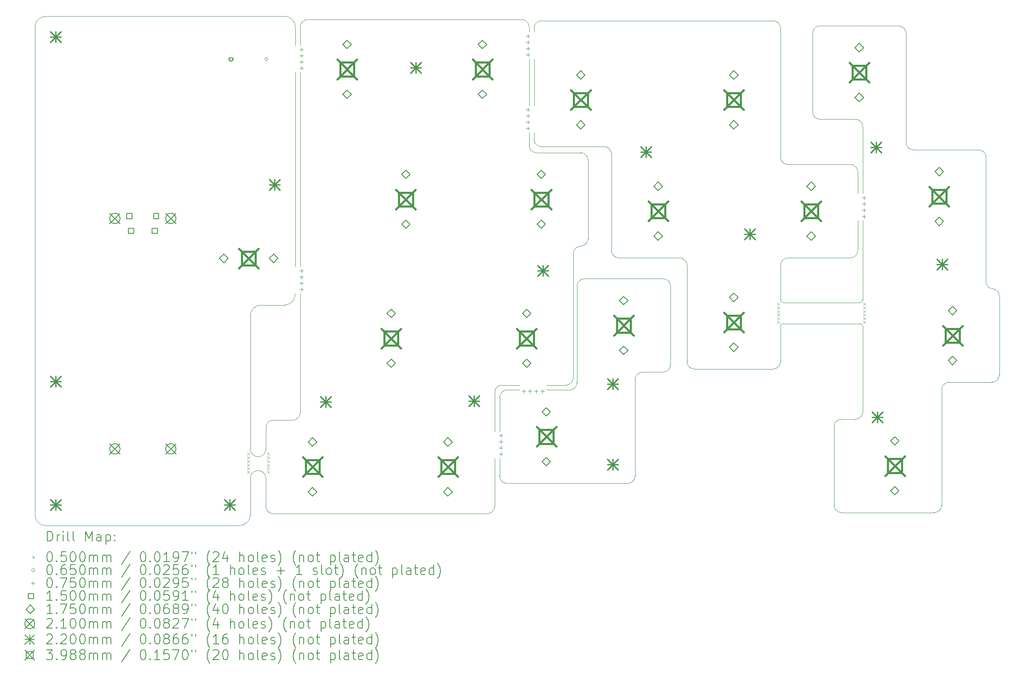
<source format=gbr>
%TF.GenerationSoftware,KiCad,Pcbnew,(6.0.7)*%
%TF.CreationDate,2023-01-06T20:11:24-06:00*%
%TF.ProjectId,OpenRectangle,4f70656e-5265-4637-9461-6e676c652e6b,rev?*%
%TF.SameCoordinates,Original*%
%TF.FileFunction,Drillmap*%
%TF.FilePolarity,Positive*%
%FSLAX45Y45*%
G04 Gerber Fmt 4.5, Leading zero omitted, Abs format (unit mm)*
G04 Created by KiCad (PCBNEW (6.0.7)) date 2023-01-06 20:11:24*
%MOMM*%
%LPD*%
G01*
G04 APERTURE LIST*
%ADD10C,0.100000*%
%ADD11C,0.200000*%
%ADD12C,0.050000*%
%ADD13C,0.065000*%
%ADD14C,0.075000*%
%ADD15C,0.150000*%
%ADD16C,0.175000*%
%ADD17C,0.210000*%
%ADD18C,0.220000*%
%ADD19C,0.398780*%
G04 APERTURE END LIST*
D10*
X30696301Y-8283000D02*
G75*
G03*
X30753311Y-8340009I57009J0D01*
G01*
X32316689Y-8339697D02*
X30753311Y-8340009D01*
X31500000Y-4597520D02*
X32225000Y-4597579D01*
X30696000Y-5368273D02*
X30696010Y-2737825D01*
X20206884Y-12489126D02*
G75*
G03*
X20357883Y-12640126I150996J-4D01*
G01*
X26622883Y-7183128D02*
G75*
G03*
X26475883Y-7334126I4057J-151002D01*
G01*
X25122687Y-10118997D02*
G75*
G03*
X24971687Y-10269991I3J-151003D01*
G01*
X25673227Y-5004000D02*
X25673000Y-4865000D01*
X35005000Y-9960579D02*
X34131000Y-9960579D01*
X31787000Y-12466579D02*
X31787000Y-10863579D01*
X25422883Y-2562126D02*
X21058883Y-2562126D01*
X20810648Y-2719620D02*
G75*
G03*
X20587991Y-2496682I-222678J260D01*
G01*
X26397462Y-10119012D02*
G75*
G03*
X26548462Y-9968009I-12J151012D01*
G01*
X34884001Y-5370579D02*
G75*
G03*
X34734000Y-5220579I-149991J9D01*
G01*
X26773883Y-5429126D02*
X26773883Y-7032126D01*
X25573000Y-4865000D02*
X25573000Y-5128000D01*
X24721883Y-12640126D02*
X20357883Y-12640126D01*
X27883714Y-9754925D02*
G75*
G03*
X27732714Y-9905929I-5J-150996D01*
G01*
X20756884Y-10735354D02*
G75*
G03*
X20907884Y-10584353I7J150994D01*
G01*
X25573884Y-2713126D02*
G75*
G03*
X25422883Y-2562126I-151004J-4D01*
G01*
X32122688Y-7423866D02*
G75*
G03*
X32273454Y-7274000I122J150646D01*
G01*
X32273000Y-6112000D02*
X32273454Y-5669819D01*
X26475883Y-8114126D02*
X26475883Y-9867126D01*
X26699460Y-7849510D02*
G75*
G03*
X26548460Y-8000508I-10J-150990D01*
G01*
X20587991Y-2496682D02*
X15724009Y-2496682D01*
X20907884Y-10584353D02*
X20909000Y-8153000D01*
X24971687Y-10269991D02*
X24973000Y-10958000D01*
X31787001Y-12466579D02*
G75*
G03*
X31938000Y-12617579I151009J9D01*
G01*
X27250000Y-7273273D02*
X27250093Y-5306012D01*
X34883999Y-7902579D02*
G75*
G03*
X35021000Y-8054579I150612J-1991D01*
G01*
X15500991Y-12660991D02*
X15501000Y-2719691D01*
X24872883Y-10169426D02*
X24873000Y-10958000D01*
X31500000Y-2691580D02*
G75*
G03*
X31349000Y-2842579I0J-151000D01*
G01*
X25122699Y-12023747D02*
X27579460Y-12023747D01*
X19668309Y-12883997D02*
G75*
G03*
X19891347Y-12660991I1J223037D01*
G01*
X35156000Y-8205579D02*
X35156000Y-9809579D01*
X27732687Y-11872962D02*
X27732714Y-9905929D01*
X27579460Y-12023747D02*
G75*
G03*
X27732687Y-11872962I2430J150777D01*
G01*
X20594000Y-8384991D02*
G75*
G03*
X20809000Y-8153000I-5890J221081D01*
G01*
X28453912Y-8000508D02*
G75*
G03*
X28302913Y-7849508I-151002J-2D01*
G01*
X32223016Y-10712806D02*
X31938000Y-10712579D01*
X24971703Y-11872747D02*
G75*
G03*
X25122699Y-12023747I150997J-3D01*
G01*
X26397462Y-10119009D02*
X25929000Y-10119009D01*
X30696302Y-8283000D02*
X30696461Y-7574850D01*
X35005000Y-9960580D02*
G75*
G03*
X35156000Y-9809579I0J151000D01*
G01*
X32374001Y-4746579D02*
G75*
G03*
X32225000Y-4597579I-150541J-1541D01*
G01*
X20114000Y-8385000D02*
X20594000Y-8385000D01*
X28302913Y-9754962D02*
X27883714Y-9754929D01*
X32122454Y-5518819D02*
X30846977Y-5518819D01*
X33253001Y-5069579D02*
G75*
G03*
X33404000Y-5220579I151009J9D01*
G01*
X28791000Y-9539273D02*
X28791083Y-7574990D01*
X30545454Y-9690274D02*
G75*
G03*
X30696454Y-9539273I6J150994D01*
G01*
X26622883Y-7183123D02*
G75*
G03*
X26773883Y-7032126I-3J151003D01*
G01*
X20909000Y-7603000D02*
X20909000Y-3638000D01*
X25122687Y-10118991D02*
X25379000Y-10118991D01*
X20358133Y-10735133D02*
G75*
G03*
X20207133Y-10886126I-3J-150997D01*
G01*
X33253000Y-2842579D02*
X33253000Y-5069579D01*
X26324805Y-10018394D02*
X25929000Y-10019000D01*
X25673000Y-2738000D02*
X25673000Y-2813000D01*
X31349000Y-2842579D02*
X31349000Y-4446520D01*
X15500990Y-12660991D02*
G75*
G03*
X15724000Y-12884000I223010J1D01*
G01*
X32374016Y-10561806D02*
X32373697Y-8822311D01*
X32316689Y-8765303D02*
X30753000Y-8764991D01*
X33980000Y-12466579D02*
X33980000Y-10111579D01*
X20907883Y-2713126D02*
X20909000Y-3088000D01*
X27099454Y-5154819D02*
X25824016Y-5154848D01*
X28453913Y-8000508D02*
X28453913Y-9603962D01*
X34884000Y-5370579D02*
X34884000Y-7902579D01*
X25673000Y-4315000D02*
X25673000Y-3363000D01*
X30696000Y-5368273D02*
G75*
G03*
X30846977Y-5518819I150490J-57D01*
G01*
X30696016Y-2737825D02*
G75*
G03*
X30545454Y-2586773I-150566J485D01*
G01*
X33829000Y-12617580D02*
G75*
G03*
X33980000Y-12466579I0J151000D01*
G01*
X25023000Y-10019004D02*
G75*
G03*
X24872883Y-10169426I310J-150426D01*
G01*
X28791007Y-9539273D02*
G75*
G03*
X28942000Y-9690273I150993J-7D01*
G01*
X33253001Y-2842579D02*
G75*
G03*
X33102000Y-2691579I-150991J9D01*
G01*
X25379000Y-10019000D02*
X25023000Y-10019000D01*
X20207133Y-10886126D02*
X20207686Y-11320173D01*
X28302913Y-9754964D02*
G75*
G03*
X28453913Y-9603962I-4J151004D01*
G01*
X28302913Y-7849508D02*
X26699460Y-7849508D01*
X32373697Y-8282689D02*
X32373000Y-6662000D01*
X27250100Y-5306012D02*
G75*
G03*
X27099454Y-5154819I-150660J532D01*
G01*
X24872883Y-12489126D02*
X24873000Y-11508000D01*
X27249998Y-7273273D02*
G75*
G03*
X27400974Y-7423822I150602J53D01*
G01*
X25823894Y-2586760D02*
G75*
G03*
X25673000Y-2738000I326J-151220D01*
G01*
X32373697Y-8822311D02*
G75*
G03*
X32316689Y-8765303I-57008J1D01*
G01*
X21058883Y-2562133D02*
G75*
G03*
X20907883Y-2713126I-3J-150997D01*
G01*
X25673232Y-5004000D02*
G75*
G03*
X25824016Y-5154848I150508J-340D01*
G01*
X20206883Y-12489126D02*
X20206883Y-11919000D01*
X19891318Y-8610000D02*
X19892033Y-11320173D01*
X32273454Y-7274000D02*
X32273000Y-6662000D01*
X15724000Y-12884000D02*
X19668309Y-12884000D01*
X24971699Y-11872747D02*
X24973000Y-11508000D01*
X28640454Y-7423819D02*
X27400974Y-7423822D01*
X35155999Y-8205579D02*
G75*
G03*
X35021000Y-8054579I-151939J9D01*
G01*
X20206883Y-11919000D02*
G75*
G03*
X19891347Y-11919000I-157768J0D01*
G01*
X19892033Y-11320173D02*
G75*
G03*
X20207686Y-11320173I157827J0D01*
G01*
X19891347Y-11919000D02*
X19891347Y-12660991D01*
X20358133Y-10735126D02*
X20756884Y-10735353D01*
X33829000Y-12617579D02*
X31938000Y-12617579D01*
X32374000Y-4746579D02*
X32373000Y-6112000D01*
X25724883Y-5278126D02*
X26622883Y-5278126D01*
X26548460Y-8000508D02*
X26548462Y-9968009D01*
X25573000Y-3363000D02*
X25573000Y-4315000D01*
X30848000Y-7423819D02*
X32122688Y-7423858D01*
X33404000Y-5220579D02*
X34734000Y-5220579D01*
X31349000Y-4446520D02*
G75*
G03*
X31500000Y-4597520I151000J0D01*
G01*
X15724009Y-2496680D02*
G75*
G03*
X15501000Y-2719691I1J-223010D01*
G01*
X30696454Y-9539273D02*
X30696454Y-8822000D01*
X25573004Y-5128000D02*
G75*
G03*
X25724883Y-5278126I151876J1760D01*
G01*
X30545454Y-2586773D02*
X25823894Y-2586765D01*
X32316689Y-8339697D02*
G75*
G03*
X32373697Y-8282689I1J57008D01*
G01*
X33102000Y-2691579D02*
X31500000Y-2691579D01*
X28791090Y-7574990D02*
G75*
G03*
X28640454Y-7423819I-150660J510D01*
G01*
X20810646Y-2719620D02*
X20809000Y-3088000D01*
X20809000Y-3638000D02*
X20809000Y-7603000D01*
X32273461Y-5669819D02*
G75*
G03*
X32122454Y-5518819I-151001J-1D01*
G01*
X20114000Y-8384996D02*
G75*
G03*
X19891318Y-8610000I0J-222694D01*
G01*
X30848000Y-7423820D02*
G75*
G03*
X30696461Y-7574850I30J-151570D01*
G01*
X31938000Y-10712580D02*
G75*
G03*
X31787000Y-10863579I0J-151000D01*
G01*
X24721883Y-12640133D02*
G75*
G03*
X24872883Y-12489126I-3J151003D01*
G01*
X30545454Y-9690273D02*
X28942000Y-9690273D01*
X34131000Y-9960580D02*
G75*
G03*
X33980000Y-10111579I0J-151000D01*
G01*
X32223016Y-10712807D02*
G75*
G03*
X32374016Y-10561806I4J150997D01*
G01*
X26324805Y-10018393D02*
G75*
G03*
X26475883Y-9867126I-185J151263D01*
G01*
X26475883Y-8114126D02*
X26475883Y-7334126D01*
X30753000Y-8764992D02*
G75*
G03*
X30696454Y-8822000I0J-56548D01*
G01*
X26773884Y-5429126D02*
G75*
G03*
X26622883Y-5278126I-151004J-4D01*
G01*
X25573883Y-2713126D02*
X25573000Y-2813000D01*
D11*
D12*
X19830000Y-11397000D02*
X19880000Y-11447000D01*
X19880000Y-11397000D02*
X19830000Y-11447000D01*
X19830000Y-11471000D02*
X19880000Y-11521000D01*
X19880000Y-11471000D02*
X19830000Y-11521000D01*
X19830000Y-11545000D02*
X19880000Y-11595000D01*
X19880000Y-11545000D02*
X19830000Y-11595000D01*
X19830000Y-11619000D02*
X19880000Y-11669000D01*
X19880000Y-11619000D02*
X19830000Y-11669000D01*
X19830000Y-11693000D02*
X19880000Y-11743000D01*
X19880000Y-11693000D02*
X19830000Y-11743000D01*
X19830000Y-11767000D02*
X19880000Y-11817000D01*
X19880000Y-11767000D02*
X19830000Y-11817000D01*
X20231000Y-11397000D02*
X20281000Y-11447000D01*
X20281000Y-11397000D02*
X20231000Y-11447000D01*
X20231000Y-11471000D02*
X20281000Y-11521000D01*
X20281000Y-11471000D02*
X20231000Y-11521000D01*
X20231000Y-11545000D02*
X20281000Y-11595000D01*
X20281000Y-11545000D02*
X20231000Y-11595000D01*
X20231000Y-11619000D02*
X20281000Y-11669000D01*
X20281000Y-11619000D02*
X20231000Y-11669000D01*
X20231000Y-11693000D02*
X20281000Y-11743000D01*
X20281000Y-11693000D02*
X20231000Y-11743000D01*
X20231000Y-11767000D02*
X20281000Y-11817000D01*
X20281000Y-11767000D02*
X20231000Y-11817000D01*
X30628000Y-8338000D02*
X30678000Y-8388000D01*
X30678000Y-8338000D02*
X30628000Y-8388000D01*
X30628000Y-8412000D02*
X30678000Y-8462000D01*
X30678000Y-8412000D02*
X30628000Y-8462000D01*
X30628000Y-8486000D02*
X30678000Y-8536000D01*
X30678000Y-8486000D02*
X30628000Y-8536000D01*
X30628000Y-8560000D02*
X30678000Y-8610000D01*
X30678000Y-8560000D02*
X30628000Y-8610000D01*
X30628000Y-8634000D02*
X30678000Y-8684000D01*
X30678000Y-8634000D02*
X30628000Y-8684000D01*
X30628000Y-8708000D02*
X30678000Y-8758000D01*
X30678000Y-8708000D02*
X30628000Y-8758000D01*
X32384000Y-8338000D02*
X32434000Y-8388000D01*
X32434000Y-8338000D02*
X32384000Y-8388000D01*
X32384000Y-8412000D02*
X32434000Y-8462000D01*
X32434000Y-8412000D02*
X32384000Y-8462000D01*
X32384000Y-8486000D02*
X32434000Y-8536000D01*
X32434000Y-8486000D02*
X32384000Y-8536000D01*
X32384000Y-8560000D02*
X32434000Y-8610000D01*
X32434000Y-8560000D02*
X32384000Y-8610000D01*
X32384000Y-8634000D02*
X32434000Y-8684000D01*
X32434000Y-8634000D02*
X32384000Y-8684000D01*
X32384000Y-8708000D02*
X32434000Y-8758000D01*
X32434000Y-8708000D02*
X32384000Y-8758000D01*
D13*
X19530350Y-3372875D02*
G75*
G03*
X19530350Y-3372875I-32500J0D01*
G01*
D11*
X19512850Y-3340375D02*
X19482850Y-3340375D01*
X19512850Y-3405375D02*
X19482850Y-3405375D01*
X19482850Y-3340375D02*
G75*
G03*
X19482850Y-3405375I0J-32500D01*
G01*
X19512850Y-3405375D02*
G75*
G03*
X19512850Y-3340375I0J32500D01*
G01*
D13*
X20250350Y-3372875D02*
G75*
G03*
X20250350Y-3372875I-32500J0D01*
G01*
D14*
X20934000Y-3135000D02*
X20934000Y-3210000D01*
X20896500Y-3172500D02*
X20971500Y-3172500D01*
X20934000Y-3262000D02*
X20934000Y-3337000D01*
X20896500Y-3299500D02*
X20971500Y-3299500D01*
X20934000Y-3389000D02*
X20934000Y-3464000D01*
X20896500Y-3426500D02*
X20971500Y-3426500D01*
X20934000Y-3516000D02*
X20934000Y-3591000D01*
X20896500Y-3553500D02*
X20971500Y-3553500D01*
X20934000Y-7650000D02*
X20934000Y-7725000D01*
X20896500Y-7687500D02*
X20971500Y-7687500D01*
X20934000Y-7777000D02*
X20934000Y-7852000D01*
X20896500Y-7814500D02*
X20971500Y-7814500D01*
X20934000Y-7904000D02*
X20934000Y-7979000D01*
X20896500Y-7941500D02*
X20971500Y-7941500D01*
X20934000Y-8031000D02*
X20934000Y-8106000D01*
X20896500Y-8068500D02*
X20971500Y-8068500D01*
X24998000Y-11005000D02*
X24998000Y-11080000D01*
X24960500Y-11042500D02*
X25035500Y-11042500D01*
X24998000Y-11132000D02*
X24998000Y-11207000D01*
X24960500Y-11169500D02*
X25035500Y-11169500D01*
X24998000Y-11259000D02*
X24998000Y-11334000D01*
X24960500Y-11296500D02*
X25035500Y-11296500D01*
X24998000Y-11386000D02*
X24998000Y-11461000D01*
X24960500Y-11423500D02*
X25035500Y-11423500D01*
X25463500Y-10106500D02*
X25463500Y-10181500D01*
X25426000Y-10144000D02*
X25501000Y-10144000D01*
X25548000Y-2860000D02*
X25548000Y-2935000D01*
X25510500Y-2897500D02*
X25585500Y-2897500D01*
X25548000Y-2987000D02*
X25548000Y-3062000D01*
X25510500Y-3024500D02*
X25585500Y-3024500D01*
X25548000Y-3114000D02*
X25548000Y-3189000D01*
X25510500Y-3151500D02*
X25585500Y-3151500D01*
X25548000Y-3241000D02*
X25548000Y-3316000D01*
X25510500Y-3278500D02*
X25585500Y-3278500D01*
X25548000Y-4362000D02*
X25548000Y-4437000D01*
X25510500Y-4399500D02*
X25585500Y-4399500D01*
X25548000Y-4489000D02*
X25548000Y-4564000D01*
X25510500Y-4526500D02*
X25585500Y-4526500D01*
X25548000Y-4616000D02*
X25548000Y-4691000D01*
X25510500Y-4653500D02*
X25585500Y-4653500D01*
X25548000Y-4743000D02*
X25548000Y-4818000D01*
X25510500Y-4780500D02*
X25585500Y-4780500D01*
X25590500Y-10106500D02*
X25590500Y-10181500D01*
X25553000Y-10144000D02*
X25628000Y-10144000D01*
X25717500Y-10106500D02*
X25717500Y-10181500D01*
X25680000Y-10144000D02*
X25755000Y-10144000D01*
X25844500Y-10106500D02*
X25844500Y-10181500D01*
X25807000Y-10144000D02*
X25882000Y-10144000D01*
X32398000Y-6159000D02*
X32398000Y-6234000D01*
X32360500Y-6196500D02*
X32435500Y-6196500D01*
X32398000Y-6286000D02*
X32398000Y-6361000D01*
X32360500Y-6323500D02*
X32435500Y-6323500D01*
X32398000Y-6413000D02*
X32398000Y-6488000D01*
X32360500Y-6450500D02*
X32435500Y-6450500D01*
X32398000Y-6540000D02*
X32398000Y-6615000D01*
X32360500Y-6577500D02*
X32435500Y-6577500D01*
D15*
X17481159Y-6622408D02*
X17481159Y-6516341D01*
X17375092Y-6516341D01*
X17375092Y-6622408D01*
X17481159Y-6622408D01*
X17511159Y-6925408D02*
X17511159Y-6819341D01*
X17405092Y-6819341D01*
X17405092Y-6925408D01*
X17511159Y-6925408D01*
X17996159Y-6925408D02*
X17996159Y-6819341D01*
X17890092Y-6819341D01*
X17890092Y-6925408D01*
X17996159Y-6925408D01*
X18026159Y-6622408D02*
X18026159Y-6516341D01*
X17920092Y-6516341D01*
X17920092Y-6622408D01*
X18026159Y-6622408D01*
D16*
X19349850Y-7520187D02*
X19437350Y-7432687D01*
X19349850Y-7345187D01*
X19262350Y-7432687D01*
X19349850Y-7520187D01*
X20365850Y-7520187D02*
X20453350Y-7432687D01*
X20365850Y-7345187D01*
X20278350Y-7432687D01*
X20365850Y-7520187D01*
X21158997Y-11267276D02*
X21246497Y-11179776D01*
X21158997Y-11092276D01*
X21071497Y-11179776D01*
X21158997Y-11267276D01*
X21158997Y-12283276D02*
X21246497Y-12195776D01*
X21158997Y-12108276D01*
X21071497Y-12195776D01*
X21158997Y-12283276D01*
X21860597Y-3157676D02*
X21948097Y-3070176D01*
X21860597Y-2982676D01*
X21773097Y-3070176D01*
X21860597Y-3157676D01*
X21860597Y-4173676D02*
X21948097Y-4086176D01*
X21860597Y-3998676D01*
X21773097Y-4086176D01*
X21860597Y-4173676D01*
X22762597Y-8644976D02*
X22850097Y-8557476D01*
X22762597Y-8469976D01*
X22675097Y-8557476D01*
X22762597Y-8644976D01*
X22762597Y-9660976D02*
X22850097Y-9573476D01*
X22762597Y-9485976D01*
X22675097Y-9573476D01*
X22762597Y-9660976D01*
X23060097Y-5809476D02*
X23147597Y-5721976D01*
X23060097Y-5634476D01*
X22972597Y-5721976D01*
X23060097Y-5809476D01*
X23060097Y-6825476D02*
X23147597Y-6737976D01*
X23060097Y-6650476D01*
X22972597Y-6737976D01*
X23060097Y-6825476D01*
X23919997Y-11267276D02*
X24007497Y-11179776D01*
X23919997Y-11092276D01*
X23832497Y-11179776D01*
X23919997Y-11267276D01*
X23919997Y-12283276D02*
X24007497Y-12195776D01*
X23919997Y-12108276D01*
X23832497Y-12195776D01*
X23919997Y-12283276D01*
X24621497Y-3157676D02*
X24708997Y-3070176D01*
X24621497Y-2982676D01*
X24533997Y-3070176D01*
X24621497Y-3157676D01*
X24621497Y-4173676D02*
X24708997Y-4086176D01*
X24621497Y-3998676D01*
X24533997Y-4086176D01*
X24621497Y-4173676D01*
X25523597Y-8644976D02*
X25611097Y-8557476D01*
X25523597Y-8469976D01*
X25436097Y-8557476D01*
X25523597Y-8644976D01*
X25523597Y-9660976D02*
X25611097Y-9573476D01*
X25523597Y-9485976D01*
X25436097Y-9573476D01*
X25523597Y-9660976D01*
X25821097Y-5809476D02*
X25908597Y-5721976D01*
X25821097Y-5634476D01*
X25733597Y-5721976D01*
X25821097Y-5809476D01*
X25821097Y-6825476D02*
X25908597Y-6737976D01*
X25821097Y-6650476D01*
X25733597Y-6737976D01*
X25821097Y-6825476D01*
X25924000Y-10650585D02*
X26011500Y-10563085D01*
X25924000Y-10475585D01*
X25836500Y-10563085D01*
X25924000Y-10650585D01*
X25924000Y-11666585D02*
X26011500Y-11579085D01*
X25924000Y-11491585D01*
X25836500Y-11579085D01*
X25924000Y-11666585D01*
X26625440Y-3782396D02*
X26712940Y-3694896D01*
X26625440Y-3607396D01*
X26537940Y-3694896D01*
X26625440Y-3782396D01*
X26625440Y-4798396D02*
X26712940Y-4710896D01*
X26625440Y-4623396D01*
X26537940Y-4710896D01*
X26625440Y-4798396D01*
X27500900Y-8381785D02*
X27588400Y-8294285D01*
X27500900Y-8206785D01*
X27413400Y-8294285D01*
X27500900Y-8381785D01*
X27500900Y-9397785D02*
X27588400Y-9310285D01*
X27500900Y-9222785D01*
X27413400Y-9310285D01*
X27500900Y-9397785D01*
X28202440Y-6051096D02*
X28289940Y-5963596D01*
X28202440Y-5876096D01*
X28114940Y-5963596D01*
X28202440Y-6051096D01*
X28202440Y-7067096D02*
X28289940Y-6979596D01*
X28202440Y-6892096D01*
X28114940Y-6979596D01*
X28202440Y-7067096D01*
X29743940Y-3782396D02*
X29831440Y-3694896D01*
X29743940Y-3607396D01*
X29656440Y-3694896D01*
X29743940Y-3782396D01*
X29743940Y-4798396D02*
X29831440Y-4710896D01*
X29743940Y-4623396D01*
X29656440Y-4710896D01*
X29743940Y-4798396D01*
X29743940Y-8316796D02*
X29831440Y-8229296D01*
X29743940Y-8141796D01*
X29656440Y-8229296D01*
X29743940Y-8316796D01*
X29743940Y-9332796D02*
X29831440Y-9245296D01*
X29743940Y-9157796D01*
X29656440Y-9245296D01*
X29743940Y-9332796D01*
X31320940Y-6051096D02*
X31408440Y-5963596D01*
X31320940Y-5876096D01*
X31233440Y-5963596D01*
X31320940Y-6051096D01*
X31320940Y-7067096D02*
X31408440Y-6979596D01*
X31320940Y-6892096D01*
X31233440Y-6979596D01*
X31320940Y-7067096D01*
X32300713Y-3223929D02*
X32388213Y-3136429D01*
X32300713Y-3048929D01*
X32213213Y-3136429D01*
X32300713Y-3223929D01*
X32300713Y-4239929D02*
X32388213Y-4152429D01*
X32300713Y-4064929D01*
X32213213Y-4152429D01*
X32300713Y-4239929D01*
X33027313Y-11244729D02*
X33114813Y-11157229D01*
X33027313Y-11069729D01*
X32939813Y-11157229D01*
X33027313Y-11244729D01*
X33027313Y-12260729D02*
X33114813Y-12173229D01*
X33027313Y-12085729D01*
X32939813Y-12173229D01*
X33027313Y-12260729D01*
X33931013Y-5751929D02*
X34018513Y-5664429D01*
X33931013Y-5576929D01*
X33843513Y-5664429D01*
X33931013Y-5751929D01*
X33931013Y-6767929D02*
X34018513Y-6680429D01*
X33931013Y-6592929D01*
X33843513Y-6680429D01*
X33931013Y-6767929D01*
X34203613Y-8587529D02*
X34291113Y-8500029D01*
X34203613Y-8412529D01*
X34116113Y-8500029D01*
X34203613Y-8587529D01*
X34203613Y-9603529D02*
X34291113Y-9516029D01*
X34203613Y-9428529D01*
X34116113Y-9516029D01*
X34203613Y-9603529D01*
D17*
X17025625Y-6514375D02*
X17235625Y-6724375D01*
X17235625Y-6514375D02*
X17025625Y-6724375D01*
X17235625Y-6619375D02*
G75*
G03*
X17235625Y-6619375I-105000J0D01*
G01*
X17025625Y-11214375D02*
X17235625Y-11424375D01*
X17235625Y-11214375D02*
X17025625Y-11424375D01*
X17235625Y-11319375D02*
G75*
G03*
X17235625Y-11319375I-105000J0D01*
G01*
X18165625Y-6514375D02*
X18375625Y-6724375D01*
X18375625Y-6514375D02*
X18165625Y-6724375D01*
X18375625Y-6619375D02*
G75*
G03*
X18375625Y-6619375I-105000J0D01*
G01*
X18165625Y-11214375D02*
X18375625Y-11424375D01*
X18375625Y-11214375D02*
X18165625Y-11424375D01*
X18375625Y-11319375D02*
G75*
G03*
X18375625Y-11319375I-105000J0D01*
G01*
D18*
X15814000Y-9835000D02*
X16034000Y-10055000D01*
X16034000Y-9835000D02*
X15814000Y-10055000D01*
X15924000Y-9835000D02*
X15924000Y-10055000D01*
X15814000Y-9945000D02*
X16034000Y-9945000D01*
X15814000Y-12350990D02*
X16034000Y-12570990D01*
X16034000Y-12350990D02*
X15814000Y-12570990D01*
X15924000Y-12350990D02*
X15924000Y-12570990D01*
X15814000Y-12460990D02*
X16034000Y-12460990D01*
X15814010Y-2809690D02*
X16034010Y-3029690D01*
X16034010Y-2809690D02*
X15814010Y-3029690D01*
X15924010Y-2809690D02*
X15924010Y-3029690D01*
X15814010Y-2919690D02*
X16034010Y-2919690D01*
X19358310Y-12350990D02*
X19578310Y-12570990D01*
X19578310Y-12350990D02*
X19358310Y-12570990D01*
X19468310Y-12350990D02*
X19468310Y-12570990D01*
X19358310Y-12460990D02*
X19578310Y-12460990D01*
X20277970Y-5823000D02*
X20497970Y-6043000D01*
X20497970Y-5823000D02*
X20277970Y-6043000D01*
X20387970Y-5823000D02*
X20387970Y-6043000D01*
X20277970Y-5933000D02*
X20497970Y-5933000D01*
X21314883Y-10247126D02*
X21534883Y-10467126D01*
X21534883Y-10247126D02*
X21314883Y-10467126D01*
X21424883Y-10247126D02*
X21424883Y-10467126D01*
X21314883Y-10357126D02*
X21534883Y-10357126D01*
X23156883Y-3434126D02*
X23376883Y-3654126D01*
X23376883Y-3434126D02*
X23156883Y-3654126D01*
X23266883Y-3434126D02*
X23266883Y-3654126D01*
X23156883Y-3544126D02*
X23376883Y-3544126D01*
X24337883Y-10236126D02*
X24557883Y-10456126D01*
X24557883Y-10236126D02*
X24337883Y-10456126D01*
X24447883Y-10236126D02*
X24447883Y-10456126D01*
X24337883Y-10346126D02*
X24557883Y-10346126D01*
X25740883Y-7575126D02*
X25960883Y-7795126D01*
X25960883Y-7575126D02*
X25740883Y-7795126D01*
X25850883Y-7575126D02*
X25850883Y-7795126D01*
X25740883Y-7685126D02*
X25960883Y-7685126D01*
X27170687Y-9887735D02*
X27390687Y-10107735D01*
X27390687Y-9887735D02*
X27170687Y-10107735D01*
X27280687Y-9887735D02*
X27280687Y-10107735D01*
X27170687Y-9997735D02*
X27390687Y-9997735D01*
X27170687Y-11529735D02*
X27390687Y-11749735D01*
X27390687Y-11529735D02*
X27170687Y-11749735D01*
X27280687Y-11529735D02*
X27280687Y-11749735D01*
X27170687Y-11639735D02*
X27390687Y-11639735D01*
X27845227Y-5151046D02*
X28065227Y-5371046D01*
X28065227Y-5151046D02*
X27845227Y-5371046D01*
X27955227Y-5151046D02*
X27955227Y-5371046D01*
X27845227Y-5261046D02*
X28065227Y-5261046D01*
X29963227Y-6828046D02*
X30183227Y-7048046D01*
X30183227Y-6828046D02*
X29963227Y-7048046D01*
X30073227Y-6828046D02*
X30073227Y-7048046D01*
X29963227Y-6938046D02*
X30183227Y-6938046D01*
X32535000Y-5060579D02*
X32755000Y-5280579D01*
X32755000Y-5060579D02*
X32535000Y-5280579D01*
X32645000Y-5060579D02*
X32645000Y-5280579D01*
X32535000Y-5170579D02*
X32755000Y-5170579D01*
X32562000Y-10564579D02*
X32782000Y-10784579D01*
X32782000Y-10564579D02*
X32562000Y-10784579D01*
X32672000Y-10564579D02*
X32672000Y-10784579D01*
X32562000Y-10674579D02*
X32782000Y-10674579D01*
X33882000Y-7449579D02*
X34102000Y-7669579D01*
X34102000Y-7449579D02*
X33882000Y-7669579D01*
X33992000Y-7449579D02*
X33992000Y-7669579D01*
X33882000Y-7559579D02*
X34102000Y-7559579D01*
D19*
X19658460Y-7233297D02*
X20057240Y-7632077D01*
X20057240Y-7233297D02*
X19658460Y-7632077D01*
X19998841Y-7573678D02*
X19998841Y-7291695D01*
X19716859Y-7291695D01*
X19716859Y-7573678D01*
X19998841Y-7573678D01*
X20959607Y-11488386D02*
X21358387Y-11887166D01*
X21358387Y-11488386D02*
X20959607Y-11887166D01*
X21299988Y-11828767D02*
X21299988Y-11546785D01*
X21018005Y-11546785D01*
X21018005Y-11828767D01*
X21299988Y-11828767D01*
X21661207Y-3378786D02*
X22059987Y-3777566D01*
X22059987Y-3378786D02*
X21661207Y-3777566D01*
X22001588Y-3719167D02*
X22001588Y-3437185D01*
X21719605Y-3437185D01*
X21719605Y-3719167D01*
X22001588Y-3719167D01*
X22563207Y-8866086D02*
X22961987Y-9264866D01*
X22961987Y-8866086D02*
X22563207Y-9264866D01*
X22903588Y-9206467D02*
X22903588Y-8924485D01*
X22621605Y-8924485D01*
X22621605Y-9206467D01*
X22903588Y-9206467D01*
X22860707Y-6030586D02*
X23259487Y-6429366D01*
X23259487Y-6030586D02*
X22860707Y-6429366D01*
X23201088Y-6370967D02*
X23201088Y-6088985D01*
X22919105Y-6088985D01*
X22919105Y-6370967D01*
X23201088Y-6370967D01*
X23720607Y-11488386D02*
X24119387Y-11887166D01*
X24119387Y-11488386D02*
X23720607Y-11887166D01*
X24060988Y-11828767D02*
X24060988Y-11546785D01*
X23779005Y-11546785D01*
X23779005Y-11828767D01*
X24060988Y-11828767D01*
X24422107Y-3378786D02*
X24820887Y-3777566D01*
X24820887Y-3378786D02*
X24422107Y-3777566D01*
X24762488Y-3719167D02*
X24762488Y-3437185D01*
X24480505Y-3437185D01*
X24480505Y-3719167D01*
X24762488Y-3719167D01*
X25324207Y-8866086D02*
X25722987Y-9264866D01*
X25722987Y-8866086D02*
X25324207Y-9264866D01*
X25664588Y-9206467D02*
X25664588Y-8924485D01*
X25382605Y-8924485D01*
X25382605Y-9206467D01*
X25664588Y-9206467D01*
X25621707Y-6030586D02*
X26020487Y-6429366D01*
X26020487Y-6030586D02*
X25621707Y-6429366D01*
X25962088Y-6370967D02*
X25962088Y-6088985D01*
X25680105Y-6088985D01*
X25680105Y-6370967D01*
X25962088Y-6370967D01*
X25724610Y-10871695D02*
X26123390Y-11270475D01*
X26123390Y-10871695D02*
X25724610Y-11270475D01*
X26064991Y-11212076D02*
X26064991Y-10930093D01*
X25783009Y-10930093D01*
X25783009Y-11212076D01*
X26064991Y-11212076D01*
X26426050Y-4003506D02*
X26824830Y-4402286D01*
X26824830Y-4003506D02*
X26426050Y-4402286D01*
X26766432Y-4343888D02*
X26766432Y-4061905D01*
X26484449Y-4061905D01*
X26484449Y-4343888D01*
X26766432Y-4343888D01*
X27301510Y-8602895D02*
X27700290Y-9001675D01*
X27700290Y-8602895D02*
X27301510Y-9001675D01*
X27641891Y-8943276D02*
X27641891Y-8661293D01*
X27359909Y-8661293D01*
X27359909Y-8943276D01*
X27641891Y-8943276D01*
X28003050Y-6272206D02*
X28401830Y-6670986D01*
X28401830Y-6272206D02*
X28003050Y-6670986D01*
X28343432Y-6612587D02*
X28343432Y-6330605D01*
X28061449Y-6330605D01*
X28061449Y-6612587D01*
X28343432Y-6612587D01*
X29544550Y-4003506D02*
X29943330Y-4402286D01*
X29943330Y-4003506D02*
X29544550Y-4402286D01*
X29884932Y-4343888D02*
X29884932Y-4061905D01*
X29602949Y-4061905D01*
X29602949Y-4343888D01*
X29884932Y-4343888D01*
X29544550Y-8537906D02*
X29943330Y-8936686D01*
X29943330Y-8537906D02*
X29544550Y-8936686D01*
X29884932Y-8878288D02*
X29884932Y-8596305D01*
X29602949Y-8596305D01*
X29602949Y-8878288D01*
X29884932Y-8878288D01*
X31121550Y-6272206D02*
X31520330Y-6670986D01*
X31520330Y-6272206D02*
X31121550Y-6670986D01*
X31461932Y-6612587D02*
X31461932Y-6330605D01*
X31179949Y-6330605D01*
X31179949Y-6612587D01*
X31461932Y-6612587D01*
X32101323Y-3445039D02*
X32500103Y-3843819D01*
X32500103Y-3445039D02*
X32101323Y-3843819D01*
X32441705Y-3785420D02*
X32441705Y-3503437D01*
X32159722Y-3503437D01*
X32159722Y-3785420D01*
X32441705Y-3785420D01*
X32827923Y-11465839D02*
X33226703Y-11864619D01*
X33226703Y-11465839D02*
X32827923Y-11864619D01*
X33168305Y-11806220D02*
X33168305Y-11524237D01*
X32886322Y-11524237D01*
X32886322Y-11806220D01*
X33168305Y-11806220D01*
X33731623Y-5973039D02*
X34130403Y-6371819D01*
X34130403Y-5973039D02*
X33731623Y-6371819D01*
X34072005Y-6313420D02*
X34072005Y-6031437D01*
X33790022Y-6031437D01*
X33790022Y-6313420D01*
X34072005Y-6313420D01*
X34004223Y-8808639D02*
X34403003Y-9207419D01*
X34403003Y-8808639D02*
X34004223Y-9207419D01*
X34344605Y-9149020D02*
X34344605Y-8867037D01*
X34062622Y-8867037D01*
X34062622Y-9149020D01*
X34344605Y-9149020D01*
D11*
X15753610Y-13199476D02*
X15753610Y-12999476D01*
X15801229Y-12999476D01*
X15829801Y-13009000D01*
X15848848Y-13028048D01*
X15858372Y-13047095D01*
X15867896Y-13085190D01*
X15867896Y-13113762D01*
X15858372Y-13151857D01*
X15848848Y-13170905D01*
X15829801Y-13189952D01*
X15801229Y-13199476D01*
X15753610Y-13199476D01*
X15953610Y-13199476D02*
X15953610Y-13066143D01*
X15953610Y-13104238D02*
X15963134Y-13085190D01*
X15972658Y-13075667D01*
X15991705Y-13066143D01*
X16010753Y-13066143D01*
X16077420Y-13199476D02*
X16077420Y-13066143D01*
X16077420Y-12999476D02*
X16067896Y-13009000D01*
X16077420Y-13018524D01*
X16086943Y-13009000D01*
X16077420Y-12999476D01*
X16077420Y-13018524D01*
X16201229Y-13199476D02*
X16182181Y-13189952D01*
X16172658Y-13170905D01*
X16172658Y-12999476D01*
X16305991Y-13199476D02*
X16286943Y-13189952D01*
X16277420Y-13170905D01*
X16277420Y-12999476D01*
X16534562Y-13199476D02*
X16534562Y-12999476D01*
X16601229Y-13142333D01*
X16667896Y-12999476D01*
X16667896Y-13199476D01*
X16848848Y-13199476D02*
X16848848Y-13094714D01*
X16839324Y-13075667D01*
X16820277Y-13066143D01*
X16782182Y-13066143D01*
X16763134Y-13075667D01*
X16848848Y-13189952D02*
X16829801Y-13199476D01*
X16782182Y-13199476D01*
X16763134Y-13189952D01*
X16753610Y-13170905D01*
X16753610Y-13151857D01*
X16763134Y-13132809D01*
X16782182Y-13123286D01*
X16829801Y-13123286D01*
X16848848Y-13113762D01*
X16944086Y-13066143D02*
X16944086Y-13266143D01*
X16944086Y-13075667D02*
X16963134Y-13066143D01*
X17001229Y-13066143D01*
X17020277Y-13075667D01*
X17029801Y-13085190D01*
X17039324Y-13104238D01*
X17039324Y-13161381D01*
X17029801Y-13180428D01*
X17020277Y-13189952D01*
X17001229Y-13199476D01*
X16963134Y-13199476D01*
X16944086Y-13189952D01*
X17125039Y-13180428D02*
X17134563Y-13189952D01*
X17125039Y-13199476D01*
X17115515Y-13189952D01*
X17125039Y-13180428D01*
X17125039Y-13199476D01*
X17125039Y-13075667D02*
X17134563Y-13085190D01*
X17125039Y-13094714D01*
X17115515Y-13085190D01*
X17125039Y-13075667D01*
X17125039Y-13094714D01*
D12*
X15445991Y-13504000D02*
X15495991Y-13554000D01*
X15495991Y-13504000D02*
X15445991Y-13554000D01*
D11*
X15791705Y-13419476D02*
X15810753Y-13419476D01*
X15829801Y-13429000D01*
X15839324Y-13438524D01*
X15848848Y-13457571D01*
X15858372Y-13495667D01*
X15858372Y-13543286D01*
X15848848Y-13581381D01*
X15839324Y-13600428D01*
X15829801Y-13609952D01*
X15810753Y-13619476D01*
X15791705Y-13619476D01*
X15772658Y-13609952D01*
X15763134Y-13600428D01*
X15753610Y-13581381D01*
X15744086Y-13543286D01*
X15744086Y-13495667D01*
X15753610Y-13457571D01*
X15763134Y-13438524D01*
X15772658Y-13429000D01*
X15791705Y-13419476D01*
X15944086Y-13600428D02*
X15953610Y-13609952D01*
X15944086Y-13619476D01*
X15934562Y-13609952D01*
X15944086Y-13600428D01*
X15944086Y-13619476D01*
X16134562Y-13419476D02*
X16039324Y-13419476D01*
X16029801Y-13514714D01*
X16039324Y-13505190D01*
X16058372Y-13495667D01*
X16105991Y-13495667D01*
X16125039Y-13505190D01*
X16134562Y-13514714D01*
X16144086Y-13533762D01*
X16144086Y-13581381D01*
X16134562Y-13600428D01*
X16125039Y-13609952D01*
X16105991Y-13619476D01*
X16058372Y-13619476D01*
X16039324Y-13609952D01*
X16029801Y-13600428D01*
X16267896Y-13419476D02*
X16286943Y-13419476D01*
X16305991Y-13429000D01*
X16315515Y-13438524D01*
X16325039Y-13457571D01*
X16334562Y-13495667D01*
X16334562Y-13543286D01*
X16325039Y-13581381D01*
X16315515Y-13600428D01*
X16305991Y-13609952D01*
X16286943Y-13619476D01*
X16267896Y-13619476D01*
X16248848Y-13609952D01*
X16239324Y-13600428D01*
X16229801Y-13581381D01*
X16220277Y-13543286D01*
X16220277Y-13495667D01*
X16229801Y-13457571D01*
X16239324Y-13438524D01*
X16248848Y-13429000D01*
X16267896Y-13419476D01*
X16458372Y-13419476D02*
X16477420Y-13419476D01*
X16496467Y-13429000D01*
X16505991Y-13438524D01*
X16515515Y-13457571D01*
X16525039Y-13495667D01*
X16525039Y-13543286D01*
X16515515Y-13581381D01*
X16505991Y-13600428D01*
X16496467Y-13609952D01*
X16477420Y-13619476D01*
X16458372Y-13619476D01*
X16439324Y-13609952D01*
X16429801Y-13600428D01*
X16420277Y-13581381D01*
X16410753Y-13543286D01*
X16410753Y-13495667D01*
X16420277Y-13457571D01*
X16429801Y-13438524D01*
X16439324Y-13429000D01*
X16458372Y-13419476D01*
X16610753Y-13619476D02*
X16610753Y-13486143D01*
X16610753Y-13505190D02*
X16620277Y-13495667D01*
X16639324Y-13486143D01*
X16667896Y-13486143D01*
X16686943Y-13495667D01*
X16696467Y-13514714D01*
X16696467Y-13619476D01*
X16696467Y-13514714D02*
X16705991Y-13495667D01*
X16725039Y-13486143D01*
X16753610Y-13486143D01*
X16772658Y-13495667D01*
X16782182Y-13514714D01*
X16782182Y-13619476D01*
X16877420Y-13619476D02*
X16877420Y-13486143D01*
X16877420Y-13505190D02*
X16886943Y-13495667D01*
X16905991Y-13486143D01*
X16934563Y-13486143D01*
X16953610Y-13495667D01*
X16963134Y-13514714D01*
X16963134Y-13619476D01*
X16963134Y-13514714D02*
X16972658Y-13495667D01*
X16991705Y-13486143D01*
X17020277Y-13486143D01*
X17039324Y-13495667D01*
X17048848Y-13514714D01*
X17048848Y-13619476D01*
X17439324Y-13409952D02*
X17267896Y-13667095D01*
X17696467Y-13419476D02*
X17715515Y-13419476D01*
X17734563Y-13429000D01*
X17744086Y-13438524D01*
X17753610Y-13457571D01*
X17763134Y-13495667D01*
X17763134Y-13543286D01*
X17753610Y-13581381D01*
X17744086Y-13600428D01*
X17734563Y-13609952D01*
X17715515Y-13619476D01*
X17696467Y-13619476D01*
X17677420Y-13609952D01*
X17667896Y-13600428D01*
X17658372Y-13581381D01*
X17648848Y-13543286D01*
X17648848Y-13495667D01*
X17658372Y-13457571D01*
X17667896Y-13438524D01*
X17677420Y-13429000D01*
X17696467Y-13419476D01*
X17848848Y-13600428D02*
X17858372Y-13609952D01*
X17848848Y-13619476D01*
X17839324Y-13609952D01*
X17848848Y-13600428D01*
X17848848Y-13619476D01*
X17982182Y-13419476D02*
X18001229Y-13419476D01*
X18020277Y-13429000D01*
X18029801Y-13438524D01*
X18039324Y-13457571D01*
X18048848Y-13495667D01*
X18048848Y-13543286D01*
X18039324Y-13581381D01*
X18029801Y-13600428D01*
X18020277Y-13609952D01*
X18001229Y-13619476D01*
X17982182Y-13619476D01*
X17963134Y-13609952D01*
X17953610Y-13600428D01*
X17944086Y-13581381D01*
X17934563Y-13543286D01*
X17934563Y-13495667D01*
X17944086Y-13457571D01*
X17953610Y-13438524D01*
X17963134Y-13429000D01*
X17982182Y-13419476D01*
X18239324Y-13619476D02*
X18125039Y-13619476D01*
X18182182Y-13619476D02*
X18182182Y-13419476D01*
X18163134Y-13448048D01*
X18144086Y-13467095D01*
X18125039Y-13476619D01*
X18334563Y-13619476D02*
X18372658Y-13619476D01*
X18391705Y-13609952D01*
X18401229Y-13600428D01*
X18420277Y-13571857D01*
X18429801Y-13533762D01*
X18429801Y-13457571D01*
X18420277Y-13438524D01*
X18410753Y-13429000D01*
X18391705Y-13419476D01*
X18353610Y-13419476D01*
X18334563Y-13429000D01*
X18325039Y-13438524D01*
X18315515Y-13457571D01*
X18315515Y-13505190D01*
X18325039Y-13524238D01*
X18334563Y-13533762D01*
X18353610Y-13543286D01*
X18391705Y-13543286D01*
X18410753Y-13533762D01*
X18420277Y-13524238D01*
X18429801Y-13505190D01*
X18496467Y-13419476D02*
X18629801Y-13419476D01*
X18544086Y-13619476D01*
X18696467Y-13419476D02*
X18696467Y-13457571D01*
X18772658Y-13419476D02*
X18772658Y-13457571D01*
X19067896Y-13695667D02*
X19058372Y-13686143D01*
X19039324Y-13657571D01*
X19029801Y-13638524D01*
X19020277Y-13609952D01*
X19010753Y-13562333D01*
X19010753Y-13524238D01*
X19020277Y-13476619D01*
X19029801Y-13448048D01*
X19039324Y-13429000D01*
X19058372Y-13400428D01*
X19067896Y-13390905D01*
X19134563Y-13438524D02*
X19144086Y-13429000D01*
X19163134Y-13419476D01*
X19210753Y-13419476D01*
X19229801Y-13429000D01*
X19239324Y-13438524D01*
X19248848Y-13457571D01*
X19248848Y-13476619D01*
X19239324Y-13505190D01*
X19125039Y-13619476D01*
X19248848Y-13619476D01*
X19420277Y-13486143D02*
X19420277Y-13619476D01*
X19372658Y-13409952D02*
X19325039Y-13552809D01*
X19448848Y-13552809D01*
X19677420Y-13619476D02*
X19677420Y-13419476D01*
X19763134Y-13619476D02*
X19763134Y-13514714D01*
X19753610Y-13495667D01*
X19734563Y-13486143D01*
X19705991Y-13486143D01*
X19686943Y-13495667D01*
X19677420Y-13505190D01*
X19886943Y-13619476D02*
X19867896Y-13609952D01*
X19858372Y-13600428D01*
X19848848Y-13581381D01*
X19848848Y-13524238D01*
X19858372Y-13505190D01*
X19867896Y-13495667D01*
X19886943Y-13486143D01*
X19915515Y-13486143D01*
X19934563Y-13495667D01*
X19944086Y-13505190D01*
X19953610Y-13524238D01*
X19953610Y-13581381D01*
X19944086Y-13600428D01*
X19934563Y-13609952D01*
X19915515Y-13619476D01*
X19886943Y-13619476D01*
X20067896Y-13619476D02*
X20048848Y-13609952D01*
X20039324Y-13590905D01*
X20039324Y-13419476D01*
X20220277Y-13609952D02*
X20201229Y-13619476D01*
X20163134Y-13619476D01*
X20144086Y-13609952D01*
X20134563Y-13590905D01*
X20134563Y-13514714D01*
X20144086Y-13495667D01*
X20163134Y-13486143D01*
X20201229Y-13486143D01*
X20220277Y-13495667D01*
X20229801Y-13514714D01*
X20229801Y-13533762D01*
X20134563Y-13552809D01*
X20305991Y-13609952D02*
X20325039Y-13619476D01*
X20363134Y-13619476D01*
X20382182Y-13609952D01*
X20391705Y-13590905D01*
X20391705Y-13581381D01*
X20382182Y-13562333D01*
X20363134Y-13552809D01*
X20334563Y-13552809D01*
X20315515Y-13543286D01*
X20305991Y-13524238D01*
X20305991Y-13514714D01*
X20315515Y-13495667D01*
X20334563Y-13486143D01*
X20363134Y-13486143D01*
X20382182Y-13495667D01*
X20458372Y-13695667D02*
X20467896Y-13686143D01*
X20486943Y-13657571D01*
X20496467Y-13638524D01*
X20505991Y-13609952D01*
X20515515Y-13562333D01*
X20515515Y-13524238D01*
X20505991Y-13476619D01*
X20496467Y-13448048D01*
X20486943Y-13429000D01*
X20467896Y-13400428D01*
X20458372Y-13390905D01*
X20820277Y-13695667D02*
X20810753Y-13686143D01*
X20791705Y-13657571D01*
X20782182Y-13638524D01*
X20772658Y-13609952D01*
X20763134Y-13562333D01*
X20763134Y-13524238D01*
X20772658Y-13476619D01*
X20782182Y-13448048D01*
X20791705Y-13429000D01*
X20810753Y-13400428D01*
X20820277Y-13390905D01*
X20896467Y-13486143D02*
X20896467Y-13619476D01*
X20896467Y-13505190D02*
X20905991Y-13495667D01*
X20925039Y-13486143D01*
X20953610Y-13486143D01*
X20972658Y-13495667D01*
X20982182Y-13514714D01*
X20982182Y-13619476D01*
X21105991Y-13619476D02*
X21086943Y-13609952D01*
X21077420Y-13600428D01*
X21067896Y-13581381D01*
X21067896Y-13524238D01*
X21077420Y-13505190D01*
X21086943Y-13495667D01*
X21105991Y-13486143D01*
X21134563Y-13486143D01*
X21153610Y-13495667D01*
X21163134Y-13505190D01*
X21172658Y-13524238D01*
X21172658Y-13581381D01*
X21163134Y-13600428D01*
X21153610Y-13609952D01*
X21134563Y-13619476D01*
X21105991Y-13619476D01*
X21229801Y-13486143D02*
X21305991Y-13486143D01*
X21258372Y-13419476D02*
X21258372Y-13590905D01*
X21267896Y-13609952D01*
X21286943Y-13619476D01*
X21305991Y-13619476D01*
X21525039Y-13486143D02*
X21525039Y-13686143D01*
X21525039Y-13495667D02*
X21544086Y-13486143D01*
X21582182Y-13486143D01*
X21601229Y-13495667D01*
X21610753Y-13505190D01*
X21620277Y-13524238D01*
X21620277Y-13581381D01*
X21610753Y-13600428D01*
X21601229Y-13609952D01*
X21582182Y-13619476D01*
X21544086Y-13619476D01*
X21525039Y-13609952D01*
X21734563Y-13619476D02*
X21715515Y-13609952D01*
X21705991Y-13590905D01*
X21705991Y-13419476D01*
X21896467Y-13619476D02*
X21896467Y-13514714D01*
X21886943Y-13495667D01*
X21867896Y-13486143D01*
X21829801Y-13486143D01*
X21810753Y-13495667D01*
X21896467Y-13609952D02*
X21877420Y-13619476D01*
X21829801Y-13619476D01*
X21810753Y-13609952D01*
X21801229Y-13590905D01*
X21801229Y-13571857D01*
X21810753Y-13552809D01*
X21829801Y-13543286D01*
X21877420Y-13543286D01*
X21896467Y-13533762D01*
X21963134Y-13486143D02*
X22039324Y-13486143D01*
X21991705Y-13419476D02*
X21991705Y-13590905D01*
X22001229Y-13609952D01*
X22020277Y-13619476D01*
X22039324Y-13619476D01*
X22182182Y-13609952D02*
X22163134Y-13619476D01*
X22125039Y-13619476D01*
X22105991Y-13609952D01*
X22096467Y-13590905D01*
X22096467Y-13514714D01*
X22105991Y-13495667D01*
X22125039Y-13486143D01*
X22163134Y-13486143D01*
X22182182Y-13495667D01*
X22191705Y-13514714D01*
X22191705Y-13533762D01*
X22096467Y-13552809D01*
X22363134Y-13619476D02*
X22363134Y-13419476D01*
X22363134Y-13609952D02*
X22344086Y-13619476D01*
X22305991Y-13619476D01*
X22286943Y-13609952D01*
X22277420Y-13600428D01*
X22267896Y-13581381D01*
X22267896Y-13524238D01*
X22277420Y-13505190D01*
X22286943Y-13495667D01*
X22305991Y-13486143D01*
X22344086Y-13486143D01*
X22363134Y-13495667D01*
X22439324Y-13695667D02*
X22448848Y-13686143D01*
X22467896Y-13657571D01*
X22477420Y-13638524D01*
X22486943Y-13609952D01*
X22496467Y-13562333D01*
X22496467Y-13524238D01*
X22486943Y-13476619D01*
X22477420Y-13448048D01*
X22467896Y-13429000D01*
X22448848Y-13400428D01*
X22439324Y-13390905D01*
D13*
X15495991Y-13793000D02*
G75*
G03*
X15495991Y-13793000I-32500J0D01*
G01*
D11*
X15791705Y-13683476D02*
X15810753Y-13683476D01*
X15829801Y-13693000D01*
X15839324Y-13702524D01*
X15848848Y-13721571D01*
X15858372Y-13759667D01*
X15858372Y-13807286D01*
X15848848Y-13845381D01*
X15839324Y-13864428D01*
X15829801Y-13873952D01*
X15810753Y-13883476D01*
X15791705Y-13883476D01*
X15772658Y-13873952D01*
X15763134Y-13864428D01*
X15753610Y-13845381D01*
X15744086Y-13807286D01*
X15744086Y-13759667D01*
X15753610Y-13721571D01*
X15763134Y-13702524D01*
X15772658Y-13693000D01*
X15791705Y-13683476D01*
X15944086Y-13864428D02*
X15953610Y-13873952D01*
X15944086Y-13883476D01*
X15934562Y-13873952D01*
X15944086Y-13864428D01*
X15944086Y-13883476D01*
X16125039Y-13683476D02*
X16086943Y-13683476D01*
X16067896Y-13693000D01*
X16058372Y-13702524D01*
X16039324Y-13731095D01*
X16029801Y-13769190D01*
X16029801Y-13845381D01*
X16039324Y-13864428D01*
X16048848Y-13873952D01*
X16067896Y-13883476D01*
X16105991Y-13883476D01*
X16125039Y-13873952D01*
X16134562Y-13864428D01*
X16144086Y-13845381D01*
X16144086Y-13797762D01*
X16134562Y-13778714D01*
X16125039Y-13769190D01*
X16105991Y-13759667D01*
X16067896Y-13759667D01*
X16048848Y-13769190D01*
X16039324Y-13778714D01*
X16029801Y-13797762D01*
X16325039Y-13683476D02*
X16229801Y-13683476D01*
X16220277Y-13778714D01*
X16229801Y-13769190D01*
X16248848Y-13759667D01*
X16296467Y-13759667D01*
X16315515Y-13769190D01*
X16325039Y-13778714D01*
X16334562Y-13797762D01*
X16334562Y-13845381D01*
X16325039Y-13864428D01*
X16315515Y-13873952D01*
X16296467Y-13883476D01*
X16248848Y-13883476D01*
X16229801Y-13873952D01*
X16220277Y-13864428D01*
X16458372Y-13683476D02*
X16477420Y-13683476D01*
X16496467Y-13693000D01*
X16505991Y-13702524D01*
X16515515Y-13721571D01*
X16525039Y-13759667D01*
X16525039Y-13807286D01*
X16515515Y-13845381D01*
X16505991Y-13864428D01*
X16496467Y-13873952D01*
X16477420Y-13883476D01*
X16458372Y-13883476D01*
X16439324Y-13873952D01*
X16429801Y-13864428D01*
X16420277Y-13845381D01*
X16410753Y-13807286D01*
X16410753Y-13759667D01*
X16420277Y-13721571D01*
X16429801Y-13702524D01*
X16439324Y-13693000D01*
X16458372Y-13683476D01*
X16610753Y-13883476D02*
X16610753Y-13750143D01*
X16610753Y-13769190D02*
X16620277Y-13759667D01*
X16639324Y-13750143D01*
X16667896Y-13750143D01*
X16686943Y-13759667D01*
X16696467Y-13778714D01*
X16696467Y-13883476D01*
X16696467Y-13778714D02*
X16705991Y-13759667D01*
X16725039Y-13750143D01*
X16753610Y-13750143D01*
X16772658Y-13759667D01*
X16782182Y-13778714D01*
X16782182Y-13883476D01*
X16877420Y-13883476D02*
X16877420Y-13750143D01*
X16877420Y-13769190D02*
X16886943Y-13759667D01*
X16905991Y-13750143D01*
X16934563Y-13750143D01*
X16953610Y-13759667D01*
X16963134Y-13778714D01*
X16963134Y-13883476D01*
X16963134Y-13778714D02*
X16972658Y-13759667D01*
X16991705Y-13750143D01*
X17020277Y-13750143D01*
X17039324Y-13759667D01*
X17048848Y-13778714D01*
X17048848Y-13883476D01*
X17439324Y-13673952D02*
X17267896Y-13931095D01*
X17696467Y-13683476D02*
X17715515Y-13683476D01*
X17734563Y-13693000D01*
X17744086Y-13702524D01*
X17753610Y-13721571D01*
X17763134Y-13759667D01*
X17763134Y-13807286D01*
X17753610Y-13845381D01*
X17744086Y-13864428D01*
X17734563Y-13873952D01*
X17715515Y-13883476D01*
X17696467Y-13883476D01*
X17677420Y-13873952D01*
X17667896Y-13864428D01*
X17658372Y-13845381D01*
X17648848Y-13807286D01*
X17648848Y-13759667D01*
X17658372Y-13721571D01*
X17667896Y-13702524D01*
X17677420Y-13693000D01*
X17696467Y-13683476D01*
X17848848Y-13864428D02*
X17858372Y-13873952D01*
X17848848Y-13883476D01*
X17839324Y-13873952D01*
X17848848Y-13864428D01*
X17848848Y-13883476D01*
X17982182Y-13683476D02*
X18001229Y-13683476D01*
X18020277Y-13693000D01*
X18029801Y-13702524D01*
X18039324Y-13721571D01*
X18048848Y-13759667D01*
X18048848Y-13807286D01*
X18039324Y-13845381D01*
X18029801Y-13864428D01*
X18020277Y-13873952D01*
X18001229Y-13883476D01*
X17982182Y-13883476D01*
X17963134Y-13873952D01*
X17953610Y-13864428D01*
X17944086Y-13845381D01*
X17934563Y-13807286D01*
X17934563Y-13759667D01*
X17944086Y-13721571D01*
X17953610Y-13702524D01*
X17963134Y-13693000D01*
X17982182Y-13683476D01*
X18125039Y-13702524D02*
X18134563Y-13693000D01*
X18153610Y-13683476D01*
X18201229Y-13683476D01*
X18220277Y-13693000D01*
X18229801Y-13702524D01*
X18239324Y-13721571D01*
X18239324Y-13740619D01*
X18229801Y-13769190D01*
X18115515Y-13883476D01*
X18239324Y-13883476D01*
X18420277Y-13683476D02*
X18325039Y-13683476D01*
X18315515Y-13778714D01*
X18325039Y-13769190D01*
X18344086Y-13759667D01*
X18391705Y-13759667D01*
X18410753Y-13769190D01*
X18420277Y-13778714D01*
X18429801Y-13797762D01*
X18429801Y-13845381D01*
X18420277Y-13864428D01*
X18410753Y-13873952D01*
X18391705Y-13883476D01*
X18344086Y-13883476D01*
X18325039Y-13873952D01*
X18315515Y-13864428D01*
X18601229Y-13683476D02*
X18563134Y-13683476D01*
X18544086Y-13693000D01*
X18534563Y-13702524D01*
X18515515Y-13731095D01*
X18505991Y-13769190D01*
X18505991Y-13845381D01*
X18515515Y-13864428D01*
X18525039Y-13873952D01*
X18544086Y-13883476D01*
X18582182Y-13883476D01*
X18601229Y-13873952D01*
X18610753Y-13864428D01*
X18620277Y-13845381D01*
X18620277Y-13797762D01*
X18610753Y-13778714D01*
X18601229Y-13769190D01*
X18582182Y-13759667D01*
X18544086Y-13759667D01*
X18525039Y-13769190D01*
X18515515Y-13778714D01*
X18505991Y-13797762D01*
X18696467Y-13683476D02*
X18696467Y-13721571D01*
X18772658Y-13683476D02*
X18772658Y-13721571D01*
X19067896Y-13959667D02*
X19058372Y-13950143D01*
X19039324Y-13921571D01*
X19029801Y-13902524D01*
X19020277Y-13873952D01*
X19010753Y-13826333D01*
X19010753Y-13788238D01*
X19020277Y-13740619D01*
X19029801Y-13712048D01*
X19039324Y-13693000D01*
X19058372Y-13664428D01*
X19067896Y-13654905D01*
X19248848Y-13883476D02*
X19134563Y-13883476D01*
X19191705Y-13883476D02*
X19191705Y-13683476D01*
X19172658Y-13712048D01*
X19153610Y-13731095D01*
X19134563Y-13740619D01*
X19486943Y-13883476D02*
X19486943Y-13683476D01*
X19572658Y-13883476D02*
X19572658Y-13778714D01*
X19563134Y-13759667D01*
X19544086Y-13750143D01*
X19515515Y-13750143D01*
X19496467Y-13759667D01*
X19486943Y-13769190D01*
X19696467Y-13883476D02*
X19677420Y-13873952D01*
X19667896Y-13864428D01*
X19658372Y-13845381D01*
X19658372Y-13788238D01*
X19667896Y-13769190D01*
X19677420Y-13759667D01*
X19696467Y-13750143D01*
X19725039Y-13750143D01*
X19744086Y-13759667D01*
X19753610Y-13769190D01*
X19763134Y-13788238D01*
X19763134Y-13845381D01*
X19753610Y-13864428D01*
X19744086Y-13873952D01*
X19725039Y-13883476D01*
X19696467Y-13883476D01*
X19877420Y-13883476D02*
X19858372Y-13873952D01*
X19848848Y-13854905D01*
X19848848Y-13683476D01*
X20029801Y-13873952D02*
X20010753Y-13883476D01*
X19972658Y-13883476D01*
X19953610Y-13873952D01*
X19944086Y-13854905D01*
X19944086Y-13778714D01*
X19953610Y-13759667D01*
X19972658Y-13750143D01*
X20010753Y-13750143D01*
X20029801Y-13759667D01*
X20039324Y-13778714D01*
X20039324Y-13797762D01*
X19944086Y-13816809D01*
X20115515Y-13873952D02*
X20134563Y-13883476D01*
X20172658Y-13883476D01*
X20191705Y-13873952D01*
X20201229Y-13854905D01*
X20201229Y-13845381D01*
X20191705Y-13826333D01*
X20172658Y-13816809D01*
X20144086Y-13816809D01*
X20125039Y-13807286D01*
X20115515Y-13788238D01*
X20115515Y-13778714D01*
X20125039Y-13759667D01*
X20144086Y-13750143D01*
X20172658Y-13750143D01*
X20191705Y-13759667D01*
X20439324Y-13807286D02*
X20591705Y-13807286D01*
X20515515Y-13883476D02*
X20515515Y-13731095D01*
X20944086Y-13883476D02*
X20829801Y-13883476D01*
X20886943Y-13883476D02*
X20886943Y-13683476D01*
X20867896Y-13712048D01*
X20848848Y-13731095D01*
X20829801Y-13740619D01*
X21172658Y-13873952D02*
X21191705Y-13883476D01*
X21229801Y-13883476D01*
X21248848Y-13873952D01*
X21258372Y-13854905D01*
X21258372Y-13845381D01*
X21248848Y-13826333D01*
X21229801Y-13816809D01*
X21201229Y-13816809D01*
X21182182Y-13807286D01*
X21172658Y-13788238D01*
X21172658Y-13778714D01*
X21182182Y-13759667D01*
X21201229Y-13750143D01*
X21229801Y-13750143D01*
X21248848Y-13759667D01*
X21372658Y-13883476D02*
X21353610Y-13873952D01*
X21344086Y-13854905D01*
X21344086Y-13683476D01*
X21477420Y-13883476D02*
X21458372Y-13873952D01*
X21448848Y-13864428D01*
X21439324Y-13845381D01*
X21439324Y-13788238D01*
X21448848Y-13769190D01*
X21458372Y-13759667D01*
X21477420Y-13750143D01*
X21505991Y-13750143D01*
X21525039Y-13759667D01*
X21534563Y-13769190D01*
X21544086Y-13788238D01*
X21544086Y-13845381D01*
X21534563Y-13864428D01*
X21525039Y-13873952D01*
X21505991Y-13883476D01*
X21477420Y-13883476D01*
X21601229Y-13750143D02*
X21677420Y-13750143D01*
X21629801Y-13683476D02*
X21629801Y-13854905D01*
X21639324Y-13873952D01*
X21658372Y-13883476D01*
X21677420Y-13883476D01*
X21725039Y-13959667D02*
X21734563Y-13950143D01*
X21753610Y-13921571D01*
X21763134Y-13902524D01*
X21772658Y-13873952D01*
X21782182Y-13826333D01*
X21782182Y-13788238D01*
X21772658Y-13740619D01*
X21763134Y-13712048D01*
X21753610Y-13693000D01*
X21734563Y-13664428D01*
X21725039Y-13654905D01*
X22086943Y-13959667D02*
X22077420Y-13950143D01*
X22058372Y-13921571D01*
X22048848Y-13902524D01*
X22039324Y-13873952D01*
X22029801Y-13826333D01*
X22029801Y-13788238D01*
X22039324Y-13740619D01*
X22048848Y-13712048D01*
X22058372Y-13693000D01*
X22077420Y-13664428D01*
X22086943Y-13654905D01*
X22163134Y-13750143D02*
X22163134Y-13883476D01*
X22163134Y-13769190D02*
X22172658Y-13759667D01*
X22191705Y-13750143D01*
X22220277Y-13750143D01*
X22239324Y-13759667D01*
X22248848Y-13778714D01*
X22248848Y-13883476D01*
X22372658Y-13883476D02*
X22353610Y-13873952D01*
X22344086Y-13864428D01*
X22334563Y-13845381D01*
X22334563Y-13788238D01*
X22344086Y-13769190D01*
X22353610Y-13759667D01*
X22372658Y-13750143D01*
X22401229Y-13750143D01*
X22420277Y-13759667D01*
X22429801Y-13769190D01*
X22439324Y-13788238D01*
X22439324Y-13845381D01*
X22429801Y-13864428D01*
X22420277Y-13873952D01*
X22401229Y-13883476D01*
X22372658Y-13883476D01*
X22496467Y-13750143D02*
X22572658Y-13750143D01*
X22525039Y-13683476D02*
X22525039Y-13854905D01*
X22534562Y-13873952D01*
X22553610Y-13883476D01*
X22572658Y-13883476D01*
X22791705Y-13750143D02*
X22791705Y-13950143D01*
X22791705Y-13759667D02*
X22810753Y-13750143D01*
X22848848Y-13750143D01*
X22867896Y-13759667D01*
X22877420Y-13769190D01*
X22886943Y-13788238D01*
X22886943Y-13845381D01*
X22877420Y-13864428D01*
X22867896Y-13873952D01*
X22848848Y-13883476D01*
X22810753Y-13883476D01*
X22791705Y-13873952D01*
X23001229Y-13883476D02*
X22982181Y-13873952D01*
X22972658Y-13854905D01*
X22972658Y-13683476D01*
X23163134Y-13883476D02*
X23163134Y-13778714D01*
X23153610Y-13759667D01*
X23134562Y-13750143D01*
X23096467Y-13750143D01*
X23077420Y-13759667D01*
X23163134Y-13873952D02*
X23144086Y-13883476D01*
X23096467Y-13883476D01*
X23077420Y-13873952D01*
X23067896Y-13854905D01*
X23067896Y-13835857D01*
X23077420Y-13816809D01*
X23096467Y-13807286D01*
X23144086Y-13807286D01*
X23163134Y-13797762D01*
X23229801Y-13750143D02*
X23305991Y-13750143D01*
X23258372Y-13683476D02*
X23258372Y-13854905D01*
X23267896Y-13873952D01*
X23286943Y-13883476D01*
X23305991Y-13883476D01*
X23448848Y-13873952D02*
X23429801Y-13883476D01*
X23391705Y-13883476D01*
X23372658Y-13873952D01*
X23363134Y-13854905D01*
X23363134Y-13778714D01*
X23372658Y-13759667D01*
X23391705Y-13750143D01*
X23429801Y-13750143D01*
X23448848Y-13759667D01*
X23458372Y-13778714D01*
X23458372Y-13797762D01*
X23363134Y-13816809D01*
X23629801Y-13883476D02*
X23629801Y-13683476D01*
X23629801Y-13873952D02*
X23610753Y-13883476D01*
X23572658Y-13883476D01*
X23553610Y-13873952D01*
X23544086Y-13864428D01*
X23534562Y-13845381D01*
X23534562Y-13788238D01*
X23544086Y-13769190D01*
X23553610Y-13759667D01*
X23572658Y-13750143D01*
X23610753Y-13750143D01*
X23629801Y-13759667D01*
X23705991Y-13959667D02*
X23715515Y-13950143D01*
X23734562Y-13921571D01*
X23744086Y-13902524D01*
X23753610Y-13873952D01*
X23763134Y-13826333D01*
X23763134Y-13788238D01*
X23753610Y-13740619D01*
X23744086Y-13712048D01*
X23734562Y-13693000D01*
X23715515Y-13664428D01*
X23705991Y-13654905D01*
D14*
X15458491Y-14019500D02*
X15458491Y-14094500D01*
X15420991Y-14057000D02*
X15495991Y-14057000D01*
D11*
X15791705Y-13947476D02*
X15810753Y-13947476D01*
X15829801Y-13957000D01*
X15839324Y-13966524D01*
X15848848Y-13985571D01*
X15858372Y-14023667D01*
X15858372Y-14071286D01*
X15848848Y-14109381D01*
X15839324Y-14128428D01*
X15829801Y-14137952D01*
X15810753Y-14147476D01*
X15791705Y-14147476D01*
X15772658Y-14137952D01*
X15763134Y-14128428D01*
X15753610Y-14109381D01*
X15744086Y-14071286D01*
X15744086Y-14023667D01*
X15753610Y-13985571D01*
X15763134Y-13966524D01*
X15772658Y-13957000D01*
X15791705Y-13947476D01*
X15944086Y-14128428D02*
X15953610Y-14137952D01*
X15944086Y-14147476D01*
X15934562Y-14137952D01*
X15944086Y-14128428D01*
X15944086Y-14147476D01*
X16020277Y-13947476D02*
X16153610Y-13947476D01*
X16067896Y-14147476D01*
X16325039Y-13947476D02*
X16229801Y-13947476D01*
X16220277Y-14042714D01*
X16229801Y-14033190D01*
X16248848Y-14023667D01*
X16296467Y-14023667D01*
X16315515Y-14033190D01*
X16325039Y-14042714D01*
X16334562Y-14061762D01*
X16334562Y-14109381D01*
X16325039Y-14128428D01*
X16315515Y-14137952D01*
X16296467Y-14147476D01*
X16248848Y-14147476D01*
X16229801Y-14137952D01*
X16220277Y-14128428D01*
X16458372Y-13947476D02*
X16477420Y-13947476D01*
X16496467Y-13957000D01*
X16505991Y-13966524D01*
X16515515Y-13985571D01*
X16525039Y-14023667D01*
X16525039Y-14071286D01*
X16515515Y-14109381D01*
X16505991Y-14128428D01*
X16496467Y-14137952D01*
X16477420Y-14147476D01*
X16458372Y-14147476D01*
X16439324Y-14137952D01*
X16429801Y-14128428D01*
X16420277Y-14109381D01*
X16410753Y-14071286D01*
X16410753Y-14023667D01*
X16420277Y-13985571D01*
X16429801Y-13966524D01*
X16439324Y-13957000D01*
X16458372Y-13947476D01*
X16610753Y-14147476D02*
X16610753Y-14014143D01*
X16610753Y-14033190D02*
X16620277Y-14023667D01*
X16639324Y-14014143D01*
X16667896Y-14014143D01*
X16686943Y-14023667D01*
X16696467Y-14042714D01*
X16696467Y-14147476D01*
X16696467Y-14042714D02*
X16705991Y-14023667D01*
X16725039Y-14014143D01*
X16753610Y-14014143D01*
X16772658Y-14023667D01*
X16782182Y-14042714D01*
X16782182Y-14147476D01*
X16877420Y-14147476D02*
X16877420Y-14014143D01*
X16877420Y-14033190D02*
X16886943Y-14023667D01*
X16905991Y-14014143D01*
X16934563Y-14014143D01*
X16953610Y-14023667D01*
X16963134Y-14042714D01*
X16963134Y-14147476D01*
X16963134Y-14042714D02*
X16972658Y-14023667D01*
X16991705Y-14014143D01*
X17020277Y-14014143D01*
X17039324Y-14023667D01*
X17048848Y-14042714D01*
X17048848Y-14147476D01*
X17439324Y-13937952D02*
X17267896Y-14195095D01*
X17696467Y-13947476D02*
X17715515Y-13947476D01*
X17734563Y-13957000D01*
X17744086Y-13966524D01*
X17753610Y-13985571D01*
X17763134Y-14023667D01*
X17763134Y-14071286D01*
X17753610Y-14109381D01*
X17744086Y-14128428D01*
X17734563Y-14137952D01*
X17715515Y-14147476D01*
X17696467Y-14147476D01*
X17677420Y-14137952D01*
X17667896Y-14128428D01*
X17658372Y-14109381D01*
X17648848Y-14071286D01*
X17648848Y-14023667D01*
X17658372Y-13985571D01*
X17667896Y-13966524D01*
X17677420Y-13957000D01*
X17696467Y-13947476D01*
X17848848Y-14128428D02*
X17858372Y-14137952D01*
X17848848Y-14147476D01*
X17839324Y-14137952D01*
X17848848Y-14128428D01*
X17848848Y-14147476D01*
X17982182Y-13947476D02*
X18001229Y-13947476D01*
X18020277Y-13957000D01*
X18029801Y-13966524D01*
X18039324Y-13985571D01*
X18048848Y-14023667D01*
X18048848Y-14071286D01*
X18039324Y-14109381D01*
X18029801Y-14128428D01*
X18020277Y-14137952D01*
X18001229Y-14147476D01*
X17982182Y-14147476D01*
X17963134Y-14137952D01*
X17953610Y-14128428D01*
X17944086Y-14109381D01*
X17934563Y-14071286D01*
X17934563Y-14023667D01*
X17944086Y-13985571D01*
X17953610Y-13966524D01*
X17963134Y-13957000D01*
X17982182Y-13947476D01*
X18125039Y-13966524D02*
X18134563Y-13957000D01*
X18153610Y-13947476D01*
X18201229Y-13947476D01*
X18220277Y-13957000D01*
X18229801Y-13966524D01*
X18239324Y-13985571D01*
X18239324Y-14004619D01*
X18229801Y-14033190D01*
X18115515Y-14147476D01*
X18239324Y-14147476D01*
X18334563Y-14147476D02*
X18372658Y-14147476D01*
X18391705Y-14137952D01*
X18401229Y-14128428D01*
X18420277Y-14099857D01*
X18429801Y-14061762D01*
X18429801Y-13985571D01*
X18420277Y-13966524D01*
X18410753Y-13957000D01*
X18391705Y-13947476D01*
X18353610Y-13947476D01*
X18334563Y-13957000D01*
X18325039Y-13966524D01*
X18315515Y-13985571D01*
X18315515Y-14033190D01*
X18325039Y-14052238D01*
X18334563Y-14061762D01*
X18353610Y-14071286D01*
X18391705Y-14071286D01*
X18410753Y-14061762D01*
X18420277Y-14052238D01*
X18429801Y-14033190D01*
X18610753Y-13947476D02*
X18515515Y-13947476D01*
X18505991Y-14042714D01*
X18515515Y-14033190D01*
X18534563Y-14023667D01*
X18582182Y-14023667D01*
X18601229Y-14033190D01*
X18610753Y-14042714D01*
X18620277Y-14061762D01*
X18620277Y-14109381D01*
X18610753Y-14128428D01*
X18601229Y-14137952D01*
X18582182Y-14147476D01*
X18534563Y-14147476D01*
X18515515Y-14137952D01*
X18505991Y-14128428D01*
X18696467Y-13947476D02*
X18696467Y-13985571D01*
X18772658Y-13947476D02*
X18772658Y-13985571D01*
X19067896Y-14223667D02*
X19058372Y-14214143D01*
X19039324Y-14185571D01*
X19029801Y-14166524D01*
X19020277Y-14137952D01*
X19010753Y-14090333D01*
X19010753Y-14052238D01*
X19020277Y-14004619D01*
X19029801Y-13976048D01*
X19039324Y-13957000D01*
X19058372Y-13928428D01*
X19067896Y-13918905D01*
X19134563Y-13966524D02*
X19144086Y-13957000D01*
X19163134Y-13947476D01*
X19210753Y-13947476D01*
X19229801Y-13957000D01*
X19239324Y-13966524D01*
X19248848Y-13985571D01*
X19248848Y-14004619D01*
X19239324Y-14033190D01*
X19125039Y-14147476D01*
X19248848Y-14147476D01*
X19363134Y-14033190D02*
X19344086Y-14023667D01*
X19334563Y-14014143D01*
X19325039Y-13995095D01*
X19325039Y-13985571D01*
X19334563Y-13966524D01*
X19344086Y-13957000D01*
X19363134Y-13947476D01*
X19401229Y-13947476D01*
X19420277Y-13957000D01*
X19429801Y-13966524D01*
X19439324Y-13985571D01*
X19439324Y-13995095D01*
X19429801Y-14014143D01*
X19420277Y-14023667D01*
X19401229Y-14033190D01*
X19363134Y-14033190D01*
X19344086Y-14042714D01*
X19334563Y-14052238D01*
X19325039Y-14071286D01*
X19325039Y-14109381D01*
X19334563Y-14128428D01*
X19344086Y-14137952D01*
X19363134Y-14147476D01*
X19401229Y-14147476D01*
X19420277Y-14137952D01*
X19429801Y-14128428D01*
X19439324Y-14109381D01*
X19439324Y-14071286D01*
X19429801Y-14052238D01*
X19420277Y-14042714D01*
X19401229Y-14033190D01*
X19677420Y-14147476D02*
X19677420Y-13947476D01*
X19763134Y-14147476D02*
X19763134Y-14042714D01*
X19753610Y-14023667D01*
X19734563Y-14014143D01*
X19705991Y-14014143D01*
X19686943Y-14023667D01*
X19677420Y-14033190D01*
X19886943Y-14147476D02*
X19867896Y-14137952D01*
X19858372Y-14128428D01*
X19848848Y-14109381D01*
X19848848Y-14052238D01*
X19858372Y-14033190D01*
X19867896Y-14023667D01*
X19886943Y-14014143D01*
X19915515Y-14014143D01*
X19934563Y-14023667D01*
X19944086Y-14033190D01*
X19953610Y-14052238D01*
X19953610Y-14109381D01*
X19944086Y-14128428D01*
X19934563Y-14137952D01*
X19915515Y-14147476D01*
X19886943Y-14147476D01*
X20067896Y-14147476D02*
X20048848Y-14137952D01*
X20039324Y-14118905D01*
X20039324Y-13947476D01*
X20220277Y-14137952D02*
X20201229Y-14147476D01*
X20163134Y-14147476D01*
X20144086Y-14137952D01*
X20134563Y-14118905D01*
X20134563Y-14042714D01*
X20144086Y-14023667D01*
X20163134Y-14014143D01*
X20201229Y-14014143D01*
X20220277Y-14023667D01*
X20229801Y-14042714D01*
X20229801Y-14061762D01*
X20134563Y-14080809D01*
X20305991Y-14137952D02*
X20325039Y-14147476D01*
X20363134Y-14147476D01*
X20382182Y-14137952D01*
X20391705Y-14118905D01*
X20391705Y-14109381D01*
X20382182Y-14090333D01*
X20363134Y-14080809D01*
X20334563Y-14080809D01*
X20315515Y-14071286D01*
X20305991Y-14052238D01*
X20305991Y-14042714D01*
X20315515Y-14023667D01*
X20334563Y-14014143D01*
X20363134Y-14014143D01*
X20382182Y-14023667D01*
X20458372Y-14223667D02*
X20467896Y-14214143D01*
X20486943Y-14185571D01*
X20496467Y-14166524D01*
X20505991Y-14137952D01*
X20515515Y-14090333D01*
X20515515Y-14052238D01*
X20505991Y-14004619D01*
X20496467Y-13976048D01*
X20486943Y-13957000D01*
X20467896Y-13928428D01*
X20458372Y-13918905D01*
X20820277Y-14223667D02*
X20810753Y-14214143D01*
X20791705Y-14185571D01*
X20782182Y-14166524D01*
X20772658Y-14137952D01*
X20763134Y-14090333D01*
X20763134Y-14052238D01*
X20772658Y-14004619D01*
X20782182Y-13976048D01*
X20791705Y-13957000D01*
X20810753Y-13928428D01*
X20820277Y-13918905D01*
X20896467Y-14014143D02*
X20896467Y-14147476D01*
X20896467Y-14033190D02*
X20905991Y-14023667D01*
X20925039Y-14014143D01*
X20953610Y-14014143D01*
X20972658Y-14023667D01*
X20982182Y-14042714D01*
X20982182Y-14147476D01*
X21105991Y-14147476D02*
X21086943Y-14137952D01*
X21077420Y-14128428D01*
X21067896Y-14109381D01*
X21067896Y-14052238D01*
X21077420Y-14033190D01*
X21086943Y-14023667D01*
X21105991Y-14014143D01*
X21134563Y-14014143D01*
X21153610Y-14023667D01*
X21163134Y-14033190D01*
X21172658Y-14052238D01*
X21172658Y-14109381D01*
X21163134Y-14128428D01*
X21153610Y-14137952D01*
X21134563Y-14147476D01*
X21105991Y-14147476D01*
X21229801Y-14014143D02*
X21305991Y-14014143D01*
X21258372Y-13947476D02*
X21258372Y-14118905D01*
X21267896Y-14137952D01*
X21286943Y-14147476D01*
X21305991Y-14147476D01*
X21525039Y-14014143D02*
X21525039Y-14214143D01*
X21525039Y-14023667D02*
X21544086Y-14014143D01*
X21582182Y-14014143D01*
X21601229Y-14023667D01*
X21610753Y-14033190D01*
X21620277Y-14052238D01*
X21620277Y-14109381D01*
X21610753Y-14128428D01*
X21601229Y-14137952D01*
X21582182Y-14147476D01*
X21544086Y-14147476D01*
X21525039Y-14137952D01*
X21734563Y-14147476D02*
X21715515Y-14137952D01*
X21705991Y-14118905D01*
X21705991Y-13947476D01*
X21896467Y-14147476D02*
X21896467Y-14042714D01*
X21886943Y-14023667D01*
X21867896Y-14014143D01*
X21829801Y-14014143D01*
X21810753Y-14023667D01*
X21896467Y-14137952D02*
X21877420Y-14147476D01*
X21829801Y-14147476D01*
X21810753Y-14137952D01*
X21801229Y-14118905D01*
X21801229Y-14099857D01*
X21810753Y-14080809D01*
X21829801Y-14071286D01*
X21877420Y-14071286D01*
X21896467Y-14061762D01*
X21963134Y-14014143D02*
X22039324Y-14014143D01*
X21991705Y-13947476D02*
X21991705Y-14118905D01*
X22001229Y-14137952D01*
X22020277Y-14147476D01*
X22039324Y-14147476D01*
X22182182Y-14137952D02*
X22163134Y-14147476D01*
X22125039Y-14147476D01*
X22105991Y-14137952D01*
X22096467Y-14118905D01*
X22096467Y-14042714D01*
X22105991Y-14023667D01*
X22125039Y-14014143D01*
X22163134Y-14014143D01*
X22182182Y-14023667D01*
X22191705Y-14042714D01*
X22191705Y-14061762D01*
X22096467Y-14080809D01*
X22363134Y-14147476D02*
X22363134Y-13947476D01*
X22363134Y-14137952D02*
X22344086Y-14147476D01*
X22305991Y-14147476D01*
X22286943Y-14137952D01*
X22277420Y-14128428D01*
X22267896Y-14109381D01*
X22267896Y-14052238D01*
X22277420Y-14033190D01*
X22286943Y-14023667D01*
X22305991Y-14014143D01*
X22344086Y-14014143D01*
X22363134Y-14023667D01*
X22439324Y-14223667D02*
X22448848Y-14214143D01*
X22467896Y-14185571D01*
X22477420Y-14166524D01*
X22486943Y-14137952D01*
X22496467Y-14090333D01*
X22496467Y-14052238D01*
X22486943Y-14004619D01*
X22477420Y-13976048D01*
X22467896Y-13957000D01*
X22448848Y-13928428D01*
X22439324Y-13918905D01*
D15*
X15474025Y-14374033D02*
X15474025Y-14267966D01*
X15367958Y-14267966D01*
X15367958Y-14374033D01*
X15474025Y-14374033D01*
D11*
X15858372Y-14411476D02*
X15744086Y-14411476D01*
X15801229Y-14411476D02*
X15801229Y-14211476D01*
X15782181Y-14240048D01*
X15763134Y-14259095D01*
X15744086Y-14268619D01*
X15944086Y-14392428D02*
X15953610Y-14401952D01*
X15944086Y-14411476D01*
X15934562Y-14401952D01*
X15944086Y-14392428D01*
X15944086Y-14411476D01*
X16134562Y-14211476D02*
X16039324Y-14211476D01*
X16029801Y-14306714D01*
X16039324Y-14297190D01*
X16058372Y-14287667D01*
X16105991Y-14287667D01*
X16125039Y-14297190D01*
X16134562Y-14306714D01*
X16144086Y-14325762D01*
X16144086Y-14373381D01*
X16134562Y-14392428D01*
X16125039Y-14401952D01*
X16105991Y-14411476D01*
X16058372Y-14411476D01*
X16039324Y-14401952D01*
X16029801Y-14392428D01*
X16267896Y-14211476D02*
X16286943Y-14211476D01*
X16305991Y-14221000D01*
X16315515Y-14230524D01*
X16325039Y-14249571D01*
X16334562Y-14287667D01*
X16334562Y-14335286D01*
X16325039Y-14373381D01*
X16315515Y-14392428D01*
X16305991Y-14401952D01*
X16286943Y-14411476D01*
X16267896Y-14411476D01*
X16248848Y-14401952D01*
X16239324Y-14392428D01*
X16229801Y-14373381D01*
X16220277Y-14335286D01*
X16220277Y-14287667D01*
X16229801Y-14249571D01*
X16239324Y-14230524D01*
X16248848Y-14221000D01*
X16267896Y-14211476D01*
X16458372Y-14211476D02*
X16477420Y-14211476D01*
X16496467Y-14221000D01*
X16505991Y-14230524D01*
X16515515Y-14249571D01*
X16525039Y-14287667D01*
X16525039Y-14335286D01*
X16515515Y-14373381D01*
X16505991Y-14392428D01*
X16496467Y-14401952D01*
X16477420Y-14411476D01*
X16458372Y-14411476D01*
X16439324Y-14401952D01*
X16429801Y-14392428D01*
X16420277Y-14373381D01*
X16410753Y-14335286D01*
X16410753Y-14287667D01*
X16420277Y-14249571D01*
X16429801Y-14230524D01*
X16439324Y-14221000D01*
X16458372Y-14211476D01*
X16610753Y-14411476D02*
X16610753Y-14278143D01*
X16610753Y-14297190D02*
X16620277Y-14287667D01*
X16639324Y-14278143D01*
X16667896Y-14278143D01*
X16686943Y-14287667D01*
X16696467Y-14306714D01*
X16696467Y-14411476D01*
X16696467Y-14306714D02*
X16705991Y-14287667D01*
X16725039Y-14278143D01*
X16753610Y-14278143D01*
X16772658Y-14287667D01*
X16782182Y-14306714D01*
X16782182Y-14411476D01*
X16877420Y-14411476D02*
X16877420Y-14278143D01*
X16877420Y-14297190D02*
X16886943Y-14287667D01*
X16905991Y-14278143D01*
X16934563Y-14278143D01*
X16953610Y-14287667D01*
X16963134Y-14306714D01*
X16963134Y-14411476D01*
X16963134Y-14306714D02*
X16972658Y-14287667D01*
X16991705Y-14278143D01*
X17020277Y-14278143D01*
X17039324Y-14287667D01*
X17048848Y-14306714D01*
X17048848Y-14411476D01*
X17439324Y-14201952D02*
X17267896Y-14459095D01*
X17696467Y-14211476D02*
X17715515Y-14211476D01*
X17734563Y-14221000D01*
X17744086Y-14230524D01*
X17753610Y-14249571D01*
X17763134Y-14287667D01*
X17763134Y-14335286D01*
X17753610Y-14373381D01*
X17744086Y-14392428D01*
X17734563Y-14401952D01*
X17715515Y-14411476D01*
X17696467Y-14411476D01*
X17677420Y-14401952D01*
X17667896Y-14392428D01*
X17658372Y-14373381D01*
X17648848Y-14335286D01*
X17648848Y-14287667D01*
X17658372Y-14249571D01*
X17667896Y-14230524D01*
X17677420Y-14221000D01*
X17696467Y-14211476D01*
X17848848Y-14392428D02*
X17858372Y-14401952D01*
X17848848Y-14411476D01*
X17839324Y-14401952D01*
X17848848Y-14392428D01*
X17848848Y-14411476D01*
X17982182Y-14211476D02*
X18001229Y-14211476D01*
X18020277Y-14221000D01*
X18029801Y-14230524D01*
X18039324Y-14249571D01*
X18048848Y-14287667D01*
X18048848Y-14335286D01*
X18039324Y-14373381D01*
X18029801Y-14392428D01*
X18020277Y-14401952D01*
X18001229Y-14411476D01*
X17982182Y-14411476D01*
X17963134Y-14401952D01*
X17953610Y-14392428D01*
X17944086Y-14373381D01*
X17934563Y-14335286D01*
X17934563Y-14287667D01*
X17944086Y-14249571D01*
X17953610Y-14230524D01*
X17963134Y-14221000D01*
X17982182Y-14211476D01*
X18229801Y-14211476D02*
X18134563Y-14211476D01*
X18125039Y-14306714D01*
X18134563Y-14297190D01*
X18153610Y-14287667D01*
X18201229Y-14287667D01*
X18220277Y-14297190D01*
X18229801Y-14306714D01*
X18239324Y-14325762D01*
X18239324Y-14373381D01*
X18229801Y-14392428D01*
X18220277Y-14401952D01*
X18201229Y-14411476D01*
X18153610Y-14411476D01*
X18134563Y-14401952D01*
X18125039Y-14392428D01*
X18334563Y-14411476D02*
X18372658Y-14411476D01*
X18391705Y-14401952D01*
X18401229Y-14392428D01*
X18420277Y-14363857D01*
X18429801Y-14325762D01*
X18429801Y-14249571D01*
X18420277Y-14230524D01*
X18410753Y-14221000D01*
X18391705Y-14211476D01*
X18353610Y-14211476D01*
X18334563Y-14221000D01*
X18325039Y-14230524D01*
X18315515Y-14249571D01*
X18315515Y-14297190D01*
X18325039Y-14316238D01*
X18334563Y-14325762D01*
X18353610Y-14335286D01*
X18391705Y-14335286D01*
X18410753Y-14325762D01*
X18420277Y-14316238D01*
X18429801Y-14297190D01*
X18620277Y-14411476D02*
X18505991Y-14411476D01*
X18563134Y-14411476D02*
X18563134Y-14211476D01*
X18544086Y-14240048D01*
X18525039Y-14259095D01*
X18505991Y-14268619D01*
X18696467Y-14211476D02*
X18696467Y-14249571D01*
X18772658Y-14211476D02*
X18772658Y-14249571D01*
X19067896Y-14487667D02*
X19058372Y-14478143D01*
X19039324Y-14449571D01*
X19029801Y-14430524D01*
X19020277Y-14401952D01*
X19010753Y-14354333D01*
X19010753Y-14316238D01*
X19020277Y-14268619D01*
X19029801Y-14240048D01*
X19039324Y-14221000D01*
X19058372Y-14192428D01*
X19067896Y-14182905D01*
X19229801Y-14278143D02*
X19229801Y-14411476D01*
X19182182Y-14201952D02*
X19134563Y-14344809D01*
X19258372Y-14344809D01*
X19486943Y-14411476D02*
X19486943Y-14211476D01*
X19572658Y-14411476D02*
X19572658Y-14306714D01*
X19563134Y-14287667D01*
X19544086Y-14278143D01*
X19515515Y-14278143D01*
X19496467Y-14287667D01*
X19486943Y-14297190D01*
X19696467Y-14411476D02*
X19677420Y-14401952D01*
X19667896Y-14392428D01*
X19658372Y-14373381D01*
X19658372Y-14316238D01*
X19667896Y-14297190D01*
X19677420Y-14287667D01*
X19696467Y-14278143D01*
X19725039Y-14278143D01*
X19744086Y-14287667D01*
X19753610Y-14297190D01*
X19763134Y-14316238D01*
X19763134Y-14373381D01*
X19753610Y-14392428D01*
X19744086Y-14401952D01*
X19725039Y-14411476D01*
X19696467Y-14411476D01*
X19877420Y-14411476D02*
X19858372Y-14401952D01*
X19848848Y-14382905D01*
X19848848Y-14211476D01*
X20029801Y-14401952D02*
X20010753Y-14411476D01*
X19972658Y-14411476D01*
X19953610Y-14401952D01*
X19944086Y-14382905D01*
X19944086Y-14306714D01*
X19953610Y-14287667D01*
X19972658Y-14278143D01*
X20010753Y-14278143D01*
X20029801Y-14287667D01*
X20039324Y-14306714D01*
X20039324Y-14325762D01*
X19944086Y-14344809D01*
X20115515Y-14401952D02*
X20134563Y-14411476D01*
X20172658Y-14411476D01*
X20191705Y-14401952D01*
X20201229Y-14382905D01*
X20201229Y-14373381D01*
X20191705Y-14354333D01*
X20172658Y-14344809D01*
X20144086Y-14344809D01*
X20125039Y-14335286D01*
X20115515Y-14316238D01*
X20115515Y-14306714D01*
X20125039Y-14287667D01*
X20144086Y-14278143D01*
X20172658Y-14278143D01*
X20191705Y-14287667D01*
X20267896Y-14487667D02*
X20277420Y-14478143D01*
X20296467Y-14449571D01*
X20305991Y-14430524D01*
X20315515Y-14401952D01*
X20325039Y-14354333D01*
X20325039Y-14316238D01*
X20315515Y-14268619D01*
X20305991Y-14240048D01*
X20296467Y-14221000D01*
X20277420Y-14192428D01*
X20267896Y-14182905D01*
X20629801Y-14487667D02*
X20620277Y-14478143D01*
X20601229Y-14449571D01*
X20591705Y-14430524D01*
X20582182Y-14401952D01*
X20572658Y-14354333D01*
X20572658Y-14316238D01*
X20582182Y-14268619D01*
X20591705Y-14240048D01*
X20601229Y-14221000D01*
X20620277Y-14192428D01*
X20629801Y-14182905D01*
X20705991Y-14278143D02*
X20705991Y-14411476D01*
X20705991Y-14297190D02*
X20715515Y-14287667D01*
X20734563Y-14278143D01*
X20763134Y-14278143D01*
X20782182Y-14287667D01*
X20791705Y-14306714D01*
X20791705Y-14411476D01*
X20915515Y-14411476D02*
X20896467Y-14401952D01*
X20886943Y-14392428D01*
X20877420Y-14373381D01*
X20877420Y-14316238D01*
X20886943Y-14297190D01*
X20896467Y-14287667D01*
X20915515Y-14278143D01*
X20944086Y-14278143D01*
X20963134Y-14287667D01*
X20972658Y-14297190D01*
X20982182Y-14316238D01*
X20982182Y-14373381D01*
X20972658Y-14392428D01*
X20963134Y-14401952D01*
X20944086Y-14411476D01*
X20915515Y-14411476D01*
X21039324Y-14278143D02*
X21115515Y-14278143D01*
X21067896Y-14211476D02*
X21067896Y-14382905D01*
X21077420Y-14401952D01*
X21096467Y-14411476D01*
X21115515Y-14411476D01*
X21334563Y-14278143D02*
X21334563Y-14478143D01*
X21334563Y-14287667D02*
X21353610Y-14278143D01*
X21391705Y-14278143D01*
X21410753Y-14287667D01*
X21420277Y-14297190D01*
X21429801Y-14316238D01*
X21429801Y-14373381D01*
X21420277Y-14392428D01*
X21410753Y-14401952D01*
X21391705Y-14411476D01*
X21353610Y-14411476D01*
X21334563Y-14401952D01*
X21544086Y-14411476D02*
X21525039Y-14401952D01*
X21515515Y-14382905D01*
X21515515Y-14211476D01*
X21705991Y-14411476D02*
X21705991Y-14306714D01*
X21696467Y-14287667D01*
X21677420Y-14278143D01*
X21639324Y-14278143D01*
X21620277Y-14287667D01*
X21705991Y-14401952D02*
X21686943Y-14411476D01*
X21639324Y-14411476D01*
X21620277Y-14401952D01*
X21610753Y-14382905D01*
X21610753Y-14363857D01*
X21620277Y-14344809D01*
X21639324Y-14335286D01*
X21686943Y-14335286D01*
X21705991Y-14325762D01*
X21772658Y-14278143D02*
X21848848Y-14278143D01*
X21801229Y-14211476D02*
X21801229Y-14382905D01*
X21810753Y-14401952D01*
X21829801Y-14411476D01*
X21848848Y-14411476D01*
X21991705Y-14401952D02*
X21972658Y-14411476D01*
X21934563Y-14411476D01*
X21915515Y-14401952D01*
X21905991Y-14382905D01*
X21905991Y-14306714D01*
X21915515Y-14287667D01*
X21934563Y-14278143D01*
X21972658Y-14278143D01*
X21991705Y-14287667D01*
X22001229Y-14306714D01*
X22001229Y-14325762D01*
X21905991Y-14344809D01*
X22172658Y-14411476D02*
X22172658Y-14211476D01*
X22172658Y-14401952D02*
X22153610Y-14411476D01*
X22115515Y-14411476D01*
X22096467Y-14401952D01*
X22086943Y-14392428D01*
X22077420Y-14373381D01*
X22077420Y-14316238D01*
X22086943Y-14297190D01*
X22096467Y-14287667D01*
X22115515Y-14278143D01*
X22153610Y-14278143D01*
X22172658Y-14287667D01*
X22248848Y-14487667D02*
X22258372Y-14478143D01*
X22277420Y-14449571D01*
X22286943Y-14430524D01*
X22296467Y-14401952D01*
X22305991Y-14354333D01*
X22305991Y-14316238D01*
X22296467Y-14268619D01*
X22286943Y-14240048D01*
X22277420Y-14221000D01*
X22258372Y-14192428D01*
X22248848Y-14182905D01*
D16*
X15408491Y-14678500D02*
X15495991Y-14591000D01*
X15408491Y-14503500D01*
X15320991Y-14591000D01*
X15408491Y-14678500D01*
D11*
X15858372Y-14681476D02*
X15744086Y-14681476D01*
X15801229Y-14681476D02*
X15801229Y-14481476D01*
X15782181Y-14510048D01*
X15763134Y-14529095D01*
X15744086Y-14538619D01*
X15944086Y-14662428D02*
X15953610Y-14671952D01*
X15944086Y-14681476D01*
X15934562Y-14671952D01*
X15944086Y-14662428D01*
X15944086Y-14681476D01*
X16020277Y-14481476D02*
X16153610Y-14481476D01*
X16067896Y-14681476D01*
X16325039Y-14481476D02*
X16229801Y-14481476D01*
X16220277Y-14576714D01*
X16229801Y-14567190D01*
X16248848Y-14557667D01*
X16296467Y-14557667D01*
X16315515Y-14567190D01*
X16325039Y-14576714D01*
X16334562Y-14595762D01*
X16334562Y-14643381D01*
X16325039Y-14662428D01*
X16315515Y-14671952D01*
X16296467Y-14681476D01*
X16248848Y-14681476D01*
X16229801Y-14671952D01*
X16220277Y-14662428D01*
X16458372Y-14481476D02*
X16477420Y-14481476D01*
X16496467Y-14491000D01*
X16505991Y-14500524D01*
X16515515Y-14519571D01*
X16525039Y-14557667D01*
X16525039Y-14605286D01*
X16515515Y-14643381D01*
X16505991Y-14662428D01*
X16496467Y-14671952D01*
X16477420Y-14681476D01*
X16458372Y-14681476D01*
X16439324Y-14671952D01*
X16429801Y-14662428D01*
X16420277Y-14643381D01*
X16410753Y-14605286D01*
X16410753Y-14557667D01*
X16420277Y-14519571D01*
X16429801Y-14500524D01*
X16439324Y-14491000D01*
X16458372Y-14481476D01*
X16610753Y-14681476D02*
X16610753Y-14548143D01*
X16610753Y-14567190D02*
X16620277Y-14557667D01*
X16639324Y-14548143D01*
X16667896Y-14548143D01*
X16686943Y-14557667D01*
X16696467Y-14576714D01*
X16696467Y-14681476D01*
X16696467Y-14576714D02*
X16705991Y-14557667D01*
X16725039Y-14548143D01*
X16753610Y-14548143D01*
X16772658Y-14557667D01*
X16782182Y-14576714D01*
X16782182Y-14681476D01*
X16877420Y-14681476D02*
X16877420Y-14548143D01*
X16877420Y-14567190D02*
X16886943Y-14557667D01*
X16905991Y-14548143D01*
X16934563Y-14548143D01*
X16953610Y-14557667D01*
X16963134Y-14576714D01*
X16963134Y-14681476D01*
X16963134Y-14576714D02*
X16972658Y-14557667D01*
X16991705Y-14548143D01*
X17020277Y-14548143D01*
X17039324Y-14557667D01*
X17048848Y-14576714D01*
X17048848Y-14681476D01*
X17439324Y-14471952D02*
X17267896Y-14729095D01*
X17696467Y-14481476D02*
X17715515Y-14481476D01*
X17734563Y-14491000D01*
X17744086Y-14500524D01*
X17753610Y-14519571D01*
X17763134Y-14557667D01*
X17763134Y-14605286D01*
X17753610Y-14643381D01*
X17744086Y-14662428D01*
X17734563Y-14671952D01*
X17715515Y-14681476D01*
X17696467Y-14681476D01*
X17677420Y-14671952D01*
X17667896Y-14662428D01*
X17658372Y-14643381D01*
X17648848Y-14605286D01*
X17648848Y-14557667D01*
X17658372Y-14519571D01*
X17667896Y-14500524D01*
X17677420Y-14491000D01*
X17696467Y-14481476D01*
X17848848Y-14662428D02*
X17858372Y-14671952D01*
X17848848Y-14681476D01*
X17839324Y-14671952D01*
X17848848Y-14662428D01*
X17848848Y-14681476D01*
X17982182Y-14481476D02*
X18001229Y-14481476D01*
X18020277Y-14491000D01*
X18029801Y-14500524D01*
X18039324Y-14519571D01*
X18048848Y-14557667D01*
X18048848Y-14605286D01*
X18039324Y-14643381D01*
X18029801Y-14662428D01*
X18020277Y-14671952D01*
X18001229Y-14681476D01*
X17982182Y-14681476D01*
X17963134Y-14671952D01*
X17953610Y-14662428D01*
X17944086Y-14643381D01*
X17934563Y-14605286D01*
X17934563Y-14557667D01*
X17944086Y-14519571D01*
X17953610Y-14500524D01*
X17963134Y-14491000D01*
X17982182Y-14481476D01*
X18220277Y-14481476D02*
X18182182Y-14481476D01*
X18163134Y-14491000D01*
X18153610Y-14500524D01*
X18134563Y-14529095D01*
X18125039Y-14567190D01*
X18125039Y-14643381D01*
X18134563Y-14662428D01*
X18144086Y-14671952D01*
X18163134Y-14681476D01*
X18201229Y-14681476D01*
X18220277Y-14671952D01*
X18229801Y-14662428D01*
X18239324Y-14643381D01*
X18239324Y-14595762D01*
X18229801Y-14576714D01*
X18220277Y-14567190D01*
X18201229Y-14557667D01*
X18163134Y-14557667D01*
X18144086Y-14567190D01*
X18134563Y-14576714D01*
X18125039Y-14595762D01*
X18353610Y-14567190D02*
X18334563Y-14557667D01*
X18325039Y-14548143D01*
X18315515Y-14529095D01*
X18315515Y-14519571D01*
X18325039Y-14500524D01*
X18334563Y-14491000D01*
X18353610Y-14481476D01*
X18391705Y-14481476D01*
X18410753Y-14491000D01*
X18420277Y-14500524D01*
X18429801Y-14519571D01*
X18429801Y-14529095D01*
X18420277Y-14548143D01*
X18410753Y-14557667D01*
X18391705Y-14567190D01*
X18353610Y-14567190D01*
X18334563Y-14576714D01*
X18325039Y-14586238D01*
X18315515Y-14605286D01*
X18315515Y-14643381D01*
X18325039Y-14662428D01*
X18334563Y-14671952D01*
X18353610Y-14681476D01*
X18391705Y-14681476D01*
X18410753Y-14671952D01*
X18420277Y-14662428D01*
X18429801Y-14643381D01*
X18429801Y-14605286D01*
X18420277Y-14586238D01*
X18410753Y-14576714D01*
X18391705Y-14567190D01*
X18525039Y-14681476D02*
X18563134Y-14681476D01*
X18582182Y-14671952D01*
X18591705Y-14662428D01*
X18610753Y-14633857D01*
X18620277Y-14595762D01*
X18620277Y-14519571D01*
X18610753Y-14500524D01*
X18601229Y-14491000D01*
X18582182Y-14481476D01*
X18544086Y-14481476D01*
X18525039Y-14491000D01*
X18515515Y-14500524D01*
X18505991Y-14519571D01*
X18505991Y-14567190D01*
X18515515Y-14586238D01*
X18525039Y-14595762D01*
X18544086Y-14605286D01*
X18582182Y-14605286D01*
X18601229Y-14595762D01*
X18610753Y-14586238D01*
X18620277Y-14567190D01*
X18696467Y-14481476D02*
X18696467Y-14519571D01*
X18772658Y-14481476D02*
X18772658Y-14519571D01*
X19067896Y-14757667D02*
X19058372Y-14748143D01*
X19039324Y-14719571D01*
X19029801Y-14700524D01*
X19020277Y-14671952D01*
X19010753Y-14624333D01*
X19010753Y-14586238D01*
X19020277Y-14538619D01*
X19029801Y-14510048D01*
X19039324Y-14491000D01*
X19058372Y-14462428D01*
X19067896Y-14452905D01*
X19229801Y-14548143D02*
X19229801Y-14681476D01*
X19182182Y-14471952D02*
X19134563Y-14614809D01*
X19258372Y-14614809D01*
X19372658Y-14481476D02*
X19391705Y-14481476D01*
X19410753Y-14491000D01*
X19420277Y-14500524D01*
X19429801Y-14519571D01*
X19439324Y-14557667D01*
X19439324Y-14605286D01*
X19429801Y-14643381D01*
X19420277Y-14662428D01*
X19410753Y-14671952D01*
X19391705Y-14681476D01*
X19372658Y-14681476D01*
X19353610Y-14671952D01*
X19344086Y-14662428D01*
X19334563Y-14643381D01*
X19325039Y-14605286D01*
X19325039Y-14557667D01*
X19334563Y-14519571D01*
X19344086Y-14500524D01*
X19353610Y-14491000D01*
X19372658Y-14481476D01*
X19677420Y-14681476D02*
X19677420Y-14481476D01*
X19763134Y-14681476D02*
X19763134Y-14576714D01*
X19753610Y-14557667D01*
X19734563Y-14548143D01*
X19705991Y-14548143D01*
X19686943Y-14557667D01*
X19677420Y-14567190D01*
X19886943Y-14681476D02*
X19867896Y-14671952D01*
X19858372Y-14662428D01*
X19848848Y-14643381D01*
X19848848Y-14586238D01*
X19858372Y-14567190D01*
X19867896Y-14557667D01*
X19886943Y-14548143D01*
X19915515Y-14548143D01*
X19934563Y-14557667D01*
X19944086Y-14567190D01*
X19953610Y-14586238D01*
X19953610Y-14643381D01*
X19944086Y-14662428D01*
X19934563Y-14671952D01*
X19915515Y-14681476D01*
X19886943Y-14681476D01*
X20067896Y-14681476D02*
X20048848Y-14671952D01*
X20039324Y-14652905D01*
X20039324Y-14481476D01*
X20220277Y-14671952D02*
X20201229Y-14681476D01*
X20163134Y-14681476D01*
X20144086Y-14671952D01*
X20134563Y-14652905D01*
X20134563Y-14576714D01*
X20144086Y-14557667D01*
X20163134Y-14548143D01*
X20201229Y-14548143D01*
X20220277Y-14557667D01*
X20229801Y-14576714D01*
X20229801Y-14595762D01*
X20134563Y-14614809D01*
X20305991Y-14671952D02*
X20325039Y-14681476D01*
X20363134Y-14681476D01*
X20382182Y-14671952D01*
X20391705Y-14652905D01*
X20391705Y-14643381D01*
X20382182Y-14624333D01*
X20363134Y-14614809D01*
X20334563Y-14614809D01*
X20315515Y-14605286D01*
X20305991Y-14586238D01*
X20305991Y-14576714D01*
X20315515Y-14557667D01*
X20334563Y-14548143D01*
X20363134Y-14548143D01*
X20382182Y-14557667D01*
X20458372Y-14757667D02*
X20467896Y-14748143D01*
X20486943Y-14719571D01*
X20496467Y-14700524D01*
X20505991Y-14671952D01*
X20515515Y-14624333D01*
X20515515Y-14586238D01*
X20505991Y-14538619D01*
X20496467Y-14510048D01*
X20486943Y-14491000D01*
X20467896Y-14462428D01*
X20458372Y-14452905D01*
X20820277Y-14757667D02*
X20810753Y-14748143D01*
X20791705Y-14719571D01*
X20782182Y-14700524D01*
X20772658Y-14671952D01*
X20763134Y-14624333D01*
X20763134Y-14586238D01*
X20772658Y-14538619D01*
X20782182Y-14510048D01*
X20791705Y-14491000D01*
X20810753Y-14462428D01*
X20820277Y-14452905D01*
X20896467Y-14548143D02*
X20896467Y-14681476D01*
X20896467Y-14567190D02*
X20905991Y-14557667D01*
X20925039Y-14548143D01*
X20953610Y-14548143D01*
X20972658Y-14557667D01*
X20982182Y-14576714D01*
X20982182Y-14681476D01*
X21105991Y-14681476D02*
X21086943Y-14671952D01*
X21077420Y-14662428D01*
X21067896Y-14643381D01*
X21067896Y-14586238D01*
X21077420Y-14567190D01*
X21086943Y-14557667D01*
X21105991Y-14548143D01*
X21134563Y-14548143D01*
X21153610Y-14557667D01*
X21163134Y-14567190D01*
X21172658Y-14586238D01*
X21172658Y-14643381D01*
X21163134Y-14662428D01*
X21153610Y-14671952D01*
X21134563Y-14681476D01*
X21105991Y-14681476D01*
X21229801Y-14548143D02*
X21305991Y-14548143D01*
X21258372Y-14481476D02*
X21258372Y-14652905D01*
X21267896Y-14671952D01*
X21286943Y-14681476D01*
X21305991Y-14681476D01*
X21525039Y-14548143D02*
X21525039Y-14748143D01*
X21525039Y-14557667D02*
X21544086Y-14548143D01*
X21582182Y-14548143D01*
X21601229Y-14557667D01*
X21610753Y-14567190D01*
X21620277Y-14586238D01*
X21620277Y-14643381D01*
X21610753Y-14662428D01*
X21601229Y-14671952D01*
X21582182Y-14681476D01*
X21544086Y-14681476D01*
X21525039Y-14671952D01*
X21734563Y-14681476D02*
X21715515Y-14671952D01*
X21705991Y-14652905D01*
X21705991Y-14481476D01*
X21896467Y-14681476D02*
X21896467Y-14576714D01*
X21886943Y-14557667D01*
X21867896Y-14548143D01*
X21829801Y-14548143D01*
X21810753Y-14557667D01*
X21896467Y-14671952D02*
X21877420Y-14681476D01*
X21829801Y-14681476D01*
X21810753Y-14671952D01*
X21801229Y-14652905D01*
X21801229Y-14633857D01*
X21810753Y-14614809D01*
X21829801Y-14605286D01*
X21877420Y-14605286D01*
X21896467Y-14595762D01*
X21963134Y-14548143D02*
X22039324Y-14548143D01*
X21991705Y-14481476D02*
X21991705Y-14652905D01*
X22001229Y-14671952D01*
X22020277Y-14681476D01*
X22039324Y-14681476D01*
X22182182Y-14671952D02*
X22163134Y-14681476D01*
X22125039Y-14681476D01*
X22105991Y-14671952D01*
X22096467Y-14652905D01*
X22096467Y-14576714D01*
X22105991Y-14557667D01*
X22125039Y-14548143D01*
X22163134Y-14548143D01*
X22182182Y-14557667D01*
X22191705Y-14576714D01*
X22191705Y-14595762D01*
X22096467Y-14614809D01*
X22363134Y-14681476D02*
X22363134Y-14481476D01*
X22363134Y-14671952D02*
X22344086Y-14681476D01*
X22305991Y-14681476D01*
X22286943Y-14671952D01*
X22277420Y-14662428D01*
X22267896Y-14643381D01*
X22267896Y-14586238D01*
X22277420Y-14567190D01*
X22286943Y-14557667D01*
X22305991Y-14548143D01*
X22344086Y-14548143D01*
X22363134Y-14557667D01*
X22439324Y-14757667D02*
X22448848Y-14748143D01*
X22467896Y-14719571D01*
X22477420Y-14700524D01*
X22486943Y-14671952D01*
X22496467Y-14624333D01*
X22496467Y-14586238D01*
X22486943Y-14538619D01*
X22477420Y-14510048D01*
X22467896Y-14491000D01*
X22448848Y-14462428D01*
X22439324Y-14452905D01*
X15295991Y-14786000D02*
X15495991Y-14986000D01*
X15495991Y-14786000D02*
X15295991Y-14986000D01*
X15495991Y-14886000D02*
G75*
G03*
X15495991Y-14886000I-100000J0D01*
G01*
X15744086Y-14795524D02*
X15753610Y-14786000D01*
X15772658Y-14776476D01*
X15820277Y-14776476D01*
X15839324Y-14786000D01*
X15848848Y-14795524D01*
X15858372Y-14814571D01*
X15858372Y-14833619D01*
X15848848Y-14862190D01*
X15734562Y-14976476D01*
X15858372Y-14976476D01*
X15944086Y-14957428D02*
X15953610Y-14966952D01*
X15944086Y-14976476D01*
X15934562Y-14966952D01*
X15944086Y-14957428D01*
X15944086Y-14976476D01*
X16144086Y-14976476D02*
X16029801Y-14976476D01*
X16086943Y-14976476D02*
X16086943Y-14776476D01*
X16067896Y-14805048D01*
X16048848Y-14824095D01*
X16029801Y-14833619D01*
X16267896Y-14776476D02*
X16286943Y-14776476D01*
X16305991Y-14786000D01*
X16315515Y-14795524D01*
X16325039Y-14814571D01*
X16334562Y-14852667D01*
X16334562Y-14900286D01*
X16325039Y-14938381D01*
X16315515Y-14957428D01*
X16305991Y-14966952D01*
X16286943Y-14976476D01*
X16267896Y-14976476D01*
X16248848Y-14966952D01*
X16239324Y-14957428D01*
X16229801Y-14938381D01*
X16220277Y-14900286D01*
X16220277Y-14852667D01*
X16229801Y-14814571D01*
X16239324Y-14795524D01*
X16248848Y-14786000D01*
X16267896Y-14776476D01*
X16458372Y-14776476D02*
X16477420Y-14776476D01*
X16496467Y-14786000D01*
X16505991Y-14795524D01*
X16515515Y-14814571D01*
X16525039Y-14852667D01*
X16525039Y-14900286D01*
X16515515Y-14938381D01*
X16505991Y-14957428D01*
X16496467Y-14966952D01*
X16477420Y-14976476D01*
X16458372Y-14976476D01*
X16439324Y-14966952D01*
X16429801Y-14957428D01*
X16420277Y-14938381D01*
X16410753Y-14900286D01*
X16410753Y-14852667D01*
X16420277Y-14814571D01*
X16429801Y-14795524D01*
X16439324Y-14786000D01*
X16458372Y-14776476D01*
X16610753Y-14976476D02*
X16610753Y-14843143D01*
X16610753Y-14862190D02*
X16620277Y-14852667D01*
X16639324Y-14843143D01*
X16667896Y-14843143D01*
X16686943Y-14852667D01*
X16696467Y-14871714D01*
X16696467Y-14976476D01*
X16696467Y-14871714D02*
X16705991Y-14852667D01*
X16725039Y-14843143D01*
X16753610Y-14843143D01*
X16772658Y-14852667D01*
X16782182Y-14871714D01*
X16782182Y-14976476D01*
X16877420Y-14976476D02*
X16877420Y-14843143D01*
X16877420Y-14862190D02*
X16886943Y-14852667D01*
X16905991Y-14843143D01*
X16934563Y-14843143D01*
X16953610Y-14852667D01*
X16963134Y-14871714D01*
X16963134Y-14976476D01*
X16963134Y-14871714D02*
X16972658Y-14852667D01*
X16991705Y-14843143D01*
X17020277Y-14843143D01*
X17039324Y-14852667D01*
X17048848Y-14871714D01*
X17048848Y-14976476D01*
X17439324Y-14766952D02*
X17267896Y-15024095D01*
X17696467Y-14776476D02*
X17715515Y-14776476D01*
X17734563Y-14786000D01*
X17744086Y-14795524D01*
X17753610Y-14814571D01*
X17763134Y-14852667D01*
X17763134Y-14900286D01*
X17753610Y-14938381D01*
X17744086Y-14957428D01*
X17734563Y-14966952D01*
X17715515Y-14976476D01*
X17696467Y-14976476D01*
X17677420Y-14966952D01*
X17667896Y-14957428D01*
X17658372Y-14938381D01*
X17648848Y-14900286D01*
X17648848Y-14852667D01*
X17658372Y-14814571D01*
X17667896Y-14795524D01*
X17677420Y-14786000D01*
X17696467Y-14776476D01*
X17848848Y-14957428D02*
X17858372Y-14966952D01*
X17848848Y-14976476D01*
X17839324Y-14966952D01*
X17848848Y-14957428D01*
X17848848Y-14976476D01*
X17982182Y-14776476D02*
X18001229Y-14776476D01*
X18020277Y-14786000D01*
X18029801Y-14795524D01*
X18039324Y-14814571D01*
X18048848Y-14852667D01*
X18048848Y-14900286D01*
X18039324Y-14938381D01*
X18029801Y-14957428D01*
X18020277Y-14966952D01*
X18001229Y-14976476D01*
X17982182Y-14976476D01*
X17963134Y-14966952D01*
X17953610Y-14957428D01*
X17944086Y-14938381D01*
X17934563Y-14900286D01*
X17934563Y-14852667D01*
X17944086Y-14814571D01*
X17953610Y-14795524D01*
X17963134Y-14786000D01*
X17982182Y-14776476D01*
X18163134Y-14862190D02*
X18144086Y-14852667D01*
X18134563Y-14843143D01*
X18125039Y-14824095D01*
X18125039Y-14814571D01*
X18134563Y-14795524D01*
X18144086Y-14786000D01*
X18163134Y-14776476D01*
X18201229Y-14776476D01*
X18220277Y-14786000D01*
X18229801Y-14795524D01*
X18239324Y-14814571D01*
X18239324Y-14824095D01*
X18229801Y-14843143D01*
X18220277Y-14852667D01*
X18201229Y-14862190D01*
X18163134Y-14862190D01*
X18144086Y-14871714D01*
X18134563Y-14881238D01*
X18125039Y-14900286D01*
X18125039Y-14938381D01*
X18134563Y-14957428D01*
X18144086Y-14966952D01*
X18163134Y-14976476D01*
X18201229Y-14976476D01*
X18220277Y-14966952D01*
X18229801Y-14957428D01*
X18239324Y-14938381D01*
X18239324Y-14900286D01*
X18229801Y-14881238D01*
X18220277Y-14871714D01*
X18201229Y-14862190D01*
X18315515Y-14795524D02*
X18325039Y-14786000D01*
X18344086Y-14776476D01*
X18391705Y-14776476D01*
X18410753Y-14786000D01*
X18420277Y-14795524D01*
X18429801Y-14814571D01*
X18429801Y-14833619D01*
X18420277Y-14862190D01*
X18305991Y-14976476D01*
X18429801Y-14976476D01*
X18496467Y-14776476D02*
X18629801Y-14776476D01*
X18544086Y-14976476D01*
X18696467Y-14776476D02*
X18696467Y-14814571D01*
X18772658Y-14776476D02*
X18772658Y-14814571D01*
X19067896Y-15052667D02*
X19058372Y-15043143D01*
X19039324Y-15014571D01*
X19029801Y-14995524D01*
X19020277Y-14966952D01*
X19010753Y-14919333D01*
X19010753Y-14881238D01*
X19020277Y-14833619D01*
X19029801Y-14805048D01*
X19039324Y-14786000D01*
X19058372Y-14757428D01*
X19067896Y-14747905D01*
X19229801Y-14843143D02*
X19229801Y-14976476D01*
X19182182Y-14766952D02*
X19134563Y-14909809D01*
X19258372Y-14909809D01*
X19486943Y-14976476D02*
X19486943Y-14776476D01*
X19572658Y-14976476D02*
X19572658Y-14871714D01*
X19563134Y-14852667D01*
X19544086Y-14843143D01*
X19515515Y-14843143D01*
X19496467Y-14852667D01*
X19486943Y-14862190D01*
X19696467Y-14976476D02*
X19677420Y-14966952D01*
X19667896Y-14957428D01*
X19658372Y-14938381D01*
X19658372Y-14881238D01*
X19667896Y-14862190D01*
X19677420Y-14852667D01*
X19696467Y-14843143D01*
X19725039Y-14843143D01*
X19744086Y-14852667D01*
X19753610Y-14862190D01*
X19763134Y-14881238D01*
X19763134Y-14938381D01*
X19753610Y-14957428D01*
X19744086Y-14966952D01*
X19725039Y-14976476D01*
X19696467Y-14976476D01*
X19877420Y-14976476D02*
X19858372Y-14966952D01*
X19848848Y-14947905D01*
X19848848Y-14776476D01*
X20029801Y-14966952D02*
X20010753Y-14976476D01*
X19972658Y-14976476D01*
X19953610Y-14966952D01*
X19944086Y-14947905D01*
X19944086Y-14871714D01*
X19953610Y-14852667D01*
X19972658Y-14843143D01*
X20010753Y-14843143D01*
X20029801Y-14852667D01*
X20039324Y-14871714D01*
X20039324Y-14890762D01*
X19944086Y-14909809D01*
X20115515Y-14966952D02*
X20134563Y-14976476D01*
X20172658Y-14976476D01*
X20191705Y-14966952D01*
X20201229Y-14947905D01*
X20201229Y-14938381D01*
X20191705Y-14919333D01*
X20172658Y-14909809D01*
X20144086Y-14909809D01*
X20125039Y-14900286D01*
X20115515Y-14881238D01*
X20115515Y-14871714D01*
X20125039Y-14852667D01*
X20144086Y-14843143D01*
X20172658Y-14843143D01*
X20191705Y-14852667D01*
X20267896Y-15052667D02*
X20277420Y-15043143D01*
X20296467Y-15014571D01*
X20305991Y-14995524D01*
X20315515Y-14966952D01*
X20325039Y-14919333D01*
X20325039Y-14881238D01*
X20315515Y-14833619D01*
X20305991Y-14805048D01*
X20296467Y-14786000D01*
X20277420Y-14757428D01*
X20267896Y-14747905D01*
X20629801Y-15052667D02*
X20620277Y-15043143D01*
X20601229Y-15014571D01*
X20591705Y-14995524D01*
X20582182Y-14966952D01*
X20572658Y-14919333D01*
X20572658Y-14881238D01*
X20582182Y-14833619D01*
X20591705Y-14805048D01*
X20601229Y-14786000D01*
X20620277Y-14757428D01*
X20629801Y-14747905D01*
X20705991Y-14843143D02*
X20705991Y-14976476D01*
X20705991Y-14862190D02*
X20715515Y-14852667D01*
X20734563Y-14843143D01*
X20763134Y-14843143D01*
X20782182Y-14852667D01*
X20791705Y-14871714D01*
X20791705Y-14976476D01*
X20915515Y-14976476D02*
X20896467Y-14966952D01*
X20886943Y-14957428D01*
X20877420Y-14938381D01*
X20877420Y-14881238D01*
X20886943Y-14862190D01*
X20896467Y-14852667D01*
X20915515Y-14843143D01*
X20944086Y-14843143D01*
X20963134Y-14852667D01*
X20972658Y-14862190D01*
X20982182Y-14881238D01*
X20982182Y-14938381D01*
X20972658Y-14957428D01*
X20963134Y-14966952D01*
X20944086Y-14976476D01*
X20915515Y-14976476D01*
X21039324Y-14843143D02*
X21115515Y-14843143D01*
X21067896Y-14776476D02*
X21067896Y-14947905D01*
X21077420Y-14966952D01*
X21096467Y-14976476D01*
X21115515Y-14976476D01*
X21334563Y-14843143D02*
X21334563Y-15043143D01*
X21334563Y-14852667D02*
X21353610Y-14843143D01*
X21391705Y-14843143D01*
X21410753Y-14852667D01*
X21420277Y-14862190D01*
X21429801Y-14881238D01*
X21429801Y-14938381D01*
X21420277Y-14957428D01*
X21410753Y-14966952D01*
X21391705Y-14976476D01*
X21353610Y-14976476D01*
X21334563Y-14966952D01*
X21544086Y-14976476D02*
X21525039Y-14966952D01*
X21515515Y-14947905D01*
X21515515Y-14776476D01*
X21705991Y-14976476D02*
X21705991Y-14871714D01*
X21696467Y-14852667D01*
X21677420Y-14843143D01*
X21639324Y-14843143D01*
X21620277Y-14852667D01*
X21705991Y-14966952D02*
X21686943Y-14976476D01*
X21639324Y-14976476D01*
X21620277Y-14966952D01*
X21610753Y-14947905D01*
X21610753Y-14928857D01*
X21620277Y-14909809D01*
X21639324Y-14900286D01*
X21686943Y-14900286D01*
X21705991Y-14890762D01*
X21772658Y-14843143D02*
X21848848Y-14843143D01*
X21801229Y-14776476D02*
X21801229Y-14947905D01*
X21810753Y-14966952D01*
X21829801Y-14976476D01*
X21848848Y-14976476D01*
X21991705Y-14966952D02*
X21972658Y-14976476D01*
X21934563Y-14976476D01*
X21915515Y-14966952D01*
X21905991Y-14947905D01*
X21905991Y-14871714D01*
X21915515Y-14852667D01*
X21934563Y-14843143D01*
X21972658Y-14843143D01*
X21991705Y-14852667D01*
X22001229Y-14871714D01*
X22001229Y-14890762D01*
X21905991Y-14909809D01*
X22172658Y-14976476D02*
X22172658Y-14776476D01*
X22172658Y-14966952D02*
X22153610Y-14976476D01*
X22115515Y-14976476D01*
X22096467Y-14966952D01*
X22086943Y-14957428D01*
X22077420Y-14938381D01*
X22077420Y-14881238D01*
X22086943Y-14862190D01*
X22096467Y-14852667D01*
X22115515Y-14843143D01*
X22153610Y-14843143D01*
X22172658Y-14852667D01*
X22248848Y-15052667D02*
X22258372Y-15043143D01*
X22277420Y-15014571D01*
X22286943Y-14995524D01*
X22296467Y-14966952D01*
X22305991Y-14919333D01*
X22305991Y-14881238D01*
X22296467Y-14833619D01*
X22286943Y-14805048D01*
X22277420Y-14786000D01*
X22258372Y-14757428D01*
X22248848Y-14747905D01*
X15295991Y-15106000D02*
X15495991Y-15306000D01*
X15495991Y-15106000D02*
X15295991Y-15306000D01*
X15395991Y-15106000D02*
X15395991Y-15306000D01*
X15295991Y-15206000D02*
X15495991Y-15206000D01*
X15744086Y-15115524D02*
X15753610Y-15106000D01*
X15772658Y-15096476D01*
X15820277Y-15096476D01*
X15839324Y-15106000D01*
X15848848Y-15115524D01*
X15858372Y-15134571D01*
X15858372Y-15153619D01*
X15848848Y-15182190D01*
X15734562Y-15296476D01*
X15858372Y-15296476D01*
X15944086Y-15277428D02*
X15953610Y-15286952D01*
X15944086Y-15296476D01*
X15934562Y-15286952D01*
X15944086Y-15277428D01*
X15944086Y-15296476D01*
X16029801Y-15115524D02*
X16039324Y-15106000D01*
X16058372Y-15096476D01*
X16105991Y-15096476D01*
X16125039Y-15106000D01*
X16134562Y-15115524D01*
X16144086Y-15134571D01*
X16144086Y-15153619D01*
X16134562Y-15182190D01*
X16020277Y-15296476D01*
X16144086Y-15296476D01*
X16267896Y-15096476D02*
X16286943Y-15096476D01*
X16305991Y-15106000D01*
X16315515Y-15115524D01*
X16325039Y-15134571D01*
X16334562Y-15172667D01*
X16334562Y-15220286D01*
X16325039Y-15258381D01*
X16315515Y-15277428D01*
X16305991Y-15286952D01*
X16286943Y-15296476D01*
X16267896Y-15296476D01*
X16248848Y-15286952D01*
X16239324Y-15277428D01*
X16229801Y-15258381D01*
X16220277Y-15220286D01*
X16220277Y-15172667D01*
X16229801Y-15134571D01*
X16239324Y-15115524D01*
X16248848Y-15106000D01*
X16267896Y-15096476D01*
X16458372Y-15096476D02*
X16477420Y-15096476D01*
X16496467Y-15106000D01*
X16505991Y-15115524D01*
X16515515Y-15134571D01*
X16525039Y-15172667D01*
X16525039Y-15220286D01*
X16515515Y-15258381D01*
X16505991Y-15277428D01*
X16496467Y-15286952D01*
X16477420Y-15296476D01*
X16458372Y-15296476D01*
X16439324Y-15286952D01*
X16429801Y-15277428D01*
X16420277Y-15258381D01*
X16410753Y-15220286D01*
X16410753Y-15172667D01*
X16420277Y-15134571D01*
X16429801Y-15115524D01*
X16439324Y-15106000D01*
X16458372Y-15096476D01*
X16610753Y-15296476D02*
X16610753Y-15163143D01*
X16610753Y-15182190D02*
X16620277Y-15172667D01*
X16639324Y-15163143D01*
X16667896Y-15163143D01*
X16686943Y-15172667D01*
X16696467Y-15191714D01*
X16696467Y-15296476D01*
X16696467Y-15191714D02*
X16705991Y-15172667D01*
X16725039Y-15163143D01*
X16753610Y-15163143D01*
X16772658Y-15172667D01*
X16782182Y-15191714D01*
X16782182Y-15296476D01*
X16877420Y-15296476D02*
X16877420Y-15163143D01*
X16877420Y-15182190D02*
X16886943Y-15172667D01*
X16905991Y-15163143D01*
X16934563Y-15163143D01*
X16953610Y-15172667D01*
X16963134Y-15191714D01*
X16963134Y-15296476D01*
X16963134Y-15191714D02*
X16972658Y-15172667D01*
X16991705Y-15163143D01*
X17020277Y-15163143D01*
X17039324Y-15172667D01*
X17048848Y-15191714D01*
X17048848Y-15296476D01*
X17439324Y-15086952D02*
X17267896Y-15344095D01*
X17696467Y-15096476D02*
X17715515Y-15096476D01*
X17734563Y-15106000D01*
X17744086Y-15115524D01*
X17753610Y-15134571D01*
X17763134Y-15172667D01*
X17763134Y-15220286D01*
X17753610Y-15258381D01*
X17744086Y-15277428D01*
X17734563Y-15286952D01*
X17715515Y-15296476D01*
X17696467Y-15296476D01*
X17677420Y-15286952D01*
X17667896Y-15277428D01*
X17658372Y-15258381D01*
X17648848Y-15220286D01*
X17648848Y-15172667D01*
X17658372Y-15134571D01*
X17667896Y-15115524D01*
X17677420Y-15106000D01*
X17696467Y-15096476D01*
X17848848Y-15277428D02*
X17858372Y-15286952D01*
X17848848Y-15296476D01*
X17839324Y-15286952D01*
X17848848Y-15277428D01*
X17848848Y-15296476D01*
X17982182Y-15096476D02*
X18001229Y-15096476D01*
X18020277Y-15106000D01*
X18029801Y-15115524D01*
X18039324Y-15134571D01*
X18048848Y-15172667D01*
X18048848Y-15220286D01*
X18039324Y-15258381D01*
X18029801Y-15277428D01*
X18020277Y-15286952D01*
X18001229Y-15296476D01*
X17982182Y-15296476D01*
X17963134Y-15286952D01*
X17953610Y-15277428D01*
X17944086Y-15258381D01*
X17934563Y-15220286D01*
X17934563Y-15172667D01*
X17944086Y-15134571D01*
X17953610Y-15115524D01*
X17963134Y-15106000D01*
X17982182Y-15096476D01*
X18163134Y-15182190D02*
X18144086Y-15172667D01*
X18134563Y-15163143D01*
X18125039Y-15144095D01*
X18125039Y-15134571D01*
X18134563Y-15115524D01*
X18144086Y-15106000D01*
X18163134Y-15096476D01*
X18201229Y-15096476D01*
X18220277Y-15106000D01*
X18229801Y-15115524D01*
X18239324Y-15134571D01*
X18239324Y-15144095D01*
X18229801Y-15163143D01*
X18220277Y-15172667D01*
X18201229Y-15182190D01*
X18163134Y-15182190D01*
X18144086Y-15191714D01*
X18134563Y-15201238D01*
X18125039Y-15220286D01*
X18125039Y-15258381D01*
X18134563Y-15277428D01*
X18144086Y-15286952D01*
X18163134Y-15296476D01*
X18201229Y-15296476D01*
X18220277Y-15286952D01*
X18229801Y-15277428D01*
X18239324Y-15258381D01*
X18239324Y-15220286D01*
X18229801Y-15201238D01*
X18220277Y-15191714D01*
X18201229Y-15182190D01*
X18410753Y-15096476D02*
X18372658Y-15096476D01*
X18353610Y-15106000D01*
X18344086Y-15115524D01*
X18325039Y-15144095D01*
X18315515Y-15182190D01*
X18315515Y-15258381D01*
X18325039Y-15277428D01*
X18334563Y-15286952D01*
X18353610Y-15296476D01*
X18391705Y-15296476D01*
X18410753Y-15286952D01*
X18420277Y-15277428D01*
X18429801Y-15258381D01*
X18429801Y-15210762D01*
X18420277Y-15191714D01*
X18410753Y-15182190D01*
X18391705Y-15172667D01*
X18353610Y-15172667D01*
X18334563Y-15182190D01*
X18325039Y-15191714D01*
X18315515Y-15210762D01*
X18601229Y-15096476D02*
X18563134Y-15096476D01*
X18544086Y-15106000D01*
X18534563Y-15115524D01*
X18515515Y-15144095D01*
X18505991Y-15182190D01*
X18505991Y-15258381D01*
X18515515Y-15277428D01*
X18525039Y-15286952D01*
X18544086Y-15296476D01*
X18582182Y-15296476D01*
X18601229Y-15286952D01*
X18610753Y-15277428D01*
X18620277Y-15258381D01*
X18620277Y-15210762D01*
X18610753Y-15191714D01*
X18601229Y-15182190D01*
X18582182Y-15172667D01*
X18544086Y-15172667D01*
X18525039Y-15182190D01*
X18515515Y-15191714D01*
X18505991Y-15210762D01*
X18696467Y-15096476D02*
X18696467Y-15134571D01*
X18772658Y-15096476D02*
X18772658Y-15134571D01*
X19067896Y-15372667D02*
X19058372Y-15363143D01*
X19039324Y-15334571D01*
X19029801Y-15315524D01*
X19020277Y-15286952D01*
X19010753Y-15239333D01*
X19010753Y-15201238D01*
X19020277Y-15153619D01*
X19029801Y-15125048D01*
X19039324Y-15106000D01*
X19058372Y-15077428D01*
X19067896Y-15067905D01*
X19248848Y-15296476D02*
X19134563Y-15296476D01*
X19191705Y-15296476D02*
X19191705Y-15096476D01*
X19172658Y-15125048D01*
X19153610Y-15144095D01*
X19134563Y-15153619D01*
X19420277Y-15096476D02*
X19382182Y-15096476D01*
X19363134Y-15106000D01*
X19353610Y-15115524D01*
X19334563Y-15144095D01*
X19325039Y-15182190D01*
X19325039Y-15258381D01*
X19334563Y-15277428D01*
X19344086Y-15286952D01*
X19363134Y-15296476D01*
X19401229Y-15296476D01*
X19420277Y-15286952D01*
X19429801Y-15277428D01*
X19439324Y-15258381D01*
X19439324Y-15210762D01*
X19429801Y-15191714D01*
X19420277Y-15182190D01*
X19401229Y-15172667D01*
X19363134Y-15172667D01*
X19344086Y-15182190D01*
X19334563Y-15191714D01*
X19325039Y-15210762D01*
X19677420Y-15296476D02*
X19677420Y-15096476D01*
X19763134Y-15296476D02*
X19763134Y-15191714D01*
X19753610Y-15172667D01*
X19734563Y-15163143D01*
X19705991Y-15163143D01*
X19686943Y-15172667D01*
X19677420Y-15182190D01*
X19886943Y-15296476D02*
X19867896Y-15286952D01*
X19858372Y-15277428D01*
X19848848Y-15258381D01*
X19848848Y-15201238D01*
X19858372Y-15182190D01*
X19867896Y-15172667D01*
X19886943Y-15163143D01*
X19915515Y-15163143D01*
X19934563Y-15172667D01*
X19944086Y-15182190D01*
X19953610Y-15201238D01*
X19953610Y-15258381D01*
X19944086Y-15277428D01*
X19934563Y-15286952D01*
X19915515Y-15296476D01*
X19886943Y-15296476D01*
X20067896Y-15296476D02*
X20048848Y-15286952D01*
X20039324Y-15267905D01*
X20039324Y-15096476D01*
X20220277Y-15286952D02*
X20201229Y-15296476D01*
X20163134Y-15296476D01*
X20144086Y-15286952D01*
X20134563Y-15267905D01*
X20134563Y-15191714D01*
X20144086Y-15172667D01*
X20163134Y-15163143D01*
X20201229Y-15163143D01*
X20220277Y-15172667D01*
X20229801Y-15191714D01*
X20229801Y-15210762D01*
X20134563Y-15229809D01*
X20305991Y-15286952D02*
X20325039Y-15296476D01*
X20363134Y-15296476D01*
X20382182Y-15286952D01*
X20391705Y-15267905D01*
X20391705Y-15258381D01*
X20382182Y-15239333D01*
X20363134Y-15229809D01*
X20334563Y-15229809D01*
X20315515Y-15220286D01*
X20305991Y-15201238D01*
X20305991Y-15191714D01*
X20315515Y-15172667D01*
X20334563Y-15163143D01*
X20363134Y-15163143D01*
X20382182Y-15172667D01*
X20458372Y-15372667D02*
X20467896Y-15363143D01*
X20486943Y-15334571D01*
X20496467Y-15315524D01*
X20505991Y-15286952D01*
X20515515Y-15239333D01*
X20515515Y-15201238D01*
X20505991Y-15153619D01*
X20496467Y-15125048D01*
X20486943Y-15106000D01*
X20467896Y-15077428D01*
X20458372Y-15067905D01*
X20820277Y-15372667D02*
X20810753Y-15363143D01*
X20791705Y-15334571D01*
X20782182Y-15315524D01*
X20772658Y-15286952D01*
X20763134Y-15239333D01*
X20763134Y-15201238D01*
X20772658Y-15153619D01*
X20782182Y-15125048D01*
X20791705Y-15106000D01*
X20810753Y-15077428D01*
X20820277Y-15067905D01*
X20896467Y-15163143D02*
X20896467Y-15296476D01*
X20896467Y-15182190D02*
X20905991Y-15172667D01*
X20925039Y-15163143D01*
X20953610Y-15163143D01*
X20972658Y-15172667D01*
X20982182Y-15191714D01*
X20982182Y-15296476D01*
X21105991Y-15296476D02*
X21086943Y-15286952D01*
X21077420Y-15277428D01*
X21067896Y-15258381D01*
X21067896Y-15201238D01*
X21077420Y-15182190D01*
X21086943Y-15172667D01*
X21105991Y-15163143D01*
X21134563Y-15163143D01*
X21153610Y-15172667D01*
X21163134Y-15182190D01*
X21172658Y-15201238D01*
X21172658Y-15258381D01*
X21163134Y-15277428D01*
X21153610Y-15286952D01*
X21134563Y-15296476D01*
X21105991Y-15296476D01*
X21229801Y-15163143D02*
X21305991Y-15163143D01*
X21258372Y-15096476D02*
X21258372Y-15267905D01*
X21267896Y-15286952D01*
X21286943Y-15296476D01*
X21305991Y-15296476D01*
X21525039Y-15163143D02*
X21525039Y-15363143D01*
X21525039Y-15172667D02*
X21544086Y-15163143D01*
X21582182Y-15163143D01*
X21601229Y-15172667D01*
X21610753Y-15182190D01*
X21620277Y-15201238D01*
X21620277Y-15258381D01*
X21610753Y-15277428D01*
X21601229Y-15286952D01*
X21582182Y-15296476D01*
X21544086Y-15296476D01*
X21525039Y-15286952D01*
X21734563Y-15296476D02*
X21715515Y-15286952D01*
X21705991Y-15267905D01*
X21705991Y-15096476D01*
X21896467Y-15296476D02*
X21896467Y-15191714D01*
X21886943Y-15172667D01*
X21867896Y-15163143D01*
X21829801Y-15163143D01*
X21810753Y-15172667D01*
X21896467Y-15286952D02*
X21877420Y-15296476D01*
X21829801Y-15296476D01*
X21810753Y-15286952D01*
X21801229Y-15267905D01*
X21801229Y-15248857D01*
X21810753Y-15229809D01*
X21829801Y-15220286D01*
X21877420Y-15220286D01*
X21896467Y-15210762D01*
X21963134Y-15163143D02*
X22039324Y-15163143D01*
X21991705Y-15096476D02*
X21991705Y-15267905D01*
X22001229Y-15286952D01*
X22020277Y-15296476D01*
X22039324Y-15296476D01*
X22182182Y-15286952D02*
X22163134Y-15296476D01*
X22125039Y-15296476D01*
X22105991Y-15286952D01*
X22096467Y-15267905D01*
X22096467Y-15191714D01*
X22105991Y-15172667D01*
X22125039Y-15163143D01*
X22163134Y-15163143D01*
X22182182Y-15172667D01*
X22191705Y-15191714D01*
X22191705Y-15210762D01*
X22096467Y-15229809D01*
X22363134Y-15296476D02*
X22363134Y-15096476D01*
X22363134Y-15286952D02*
X22344086Y-15296476D01*
X22305991Y-15296476D01*
X22286943Y-15286952D01*
X22277420Y-15277428D01*
X22267896Y-15258381D01*
X22267896Y-15201238D01*
X22277420Y-15182190D01*
X22286943Y-15172667D01*
X22305991Y-15163143D01*
X22344086Y-15163143D01*
X22363134Y-15172667D01*
X22439324Y-15372667D02*
X22448848Y-15363143D01*
X22467896Y-15334571D01*
X22477420Y-15315524D01*
X22486943Y-15286952D01*
X22496467Y-15239333D01*
X22496467Y-15201238D01*
X22486943Y-15153619D01*
X22477420Y-15125048D01*
X22467896Y-15106000D01*
X22448848Y-15077428D01*
X22439324Y-15067905D01*
X15295991Y-15426000D02*
X15495991Y-15626000D01*
X15495991Y-15426000D02*
X15295991Y-15626000D01*
X15466702Y-15596711D02*
X15466702Y-15455289D01*
X15325280Y-15455289D01*
X15325280Y-15596711D01*
X15466702Y-15596711D01*
X15734562Y-15416476D02*
X15858372Y-15416476D01*
X15791705Y-15492667D01*
X15820277Y-15492667D01*
X15839324Y-15502190D01*
X15848848Y-15511714D01*
X15858372Y-15530762D01*
X15858372Y-15578381D01*
X15848848Y-15597428D01*
X15839324Y-15606952D01*
X15820277Y-15616476D01*
X15763134Y-15616476D01*
X15744086Y-15606952D01*
X15734562Y-15597428D01*
X15944086Y-15597428D02*
X15953610Y-15606952D01*
X15944086Y-15616476D01*
X15934562Y-15606952D01*
X15944086Y-15597428D01*
X15944086Y-15616476D01*
X16048848Y-15616476D02*
X16086943Y-15616476D01*
X16105991Y-15606952D01*
X16115515Y-15597428D01*
X16134562Y-15568857D01*
X16144086Y-15530762D01*
X16144086Y-15454571D01*
X16134562Y-15435524D01*
X16125039Y-15426000D01*
X16105991Y-15416476D01*
X16067896Y-15416476D01*
X16048848Y-15426000D01*
X16039324Y-15435524D01*
X16029801Y-15454571D01*
X16029801Y-15502190D01*
X16039324Y-15521238D01*
X16048848Y-15530762D01*
X16067896Y-15540286D01*
X16105991Y-15540286D01*
X16125039Y-15530762D01*
X16134562Y-15521238D01*
X16144086Y-15502190D01*
X16258372Y-15502190D02*
X16239324Y-15492667D01*
X16229801Y-15483143D01*
X16220277Y-15464095D01*
X16220277Y-15454571D01*
X16229801Y-15435524D01*
X16239324Y-15426000D01*
X16258372Y-15416476D01*
X16296467Y-15416476D01*
X16315515Y-15426000D01*
X16325039Y-15435524D01*
X16334562Y-15454571D01*
X16334562Y-15464095D01*
X16325039Y-15483143D01*
X16315515Y-15492667D01*
X16296467Y-15502190D01*
X16258372Y-15502190D01*
X16239324Y-15511714D01*
X16229801Y-15521238D01*
X16220277Y-15540286D01*
X16220277Y-15578381D01*
X16229801Y-15597428D01*
X16239324Y-15606952D01*
X16258372Y-15616476D01*
X16296467Y-15616476D01*
X16315515Y-15606952D01*
X16325039Y-15597428D01*
X16334562Y-15578381D01*
X16334562Y-15540286D01*
X16325039Y-15521238D01*
X16315515Y-15511714D01*
X16296467Y-15502190D01*
X16448848Y-15502190D02*
X16429801Y-15492667D01*
X16420277Y-15483143D01*
X16410753Y-15464095D01*
X16410753Y-15454571D01*
X16420277Y-15435524D01*
X16429801Y-15426000D01*
X16448848Y-15416476D01*
X16486943Y-15416476D01*
X16505991Y-15426000D01*
X16515515Y-15435524D01*
X16525039Y-15454571D01*
X16525039Y-15464095D01*
X16515515Y-15483143D01*
X16505991Y-15492667D01*
X16486943Y-15502190D01*
X16448848Y-15502190D01*
X16429801Y-15511714D01*
X16420277Y-15521238D01*
X16410753Y-15540286D01*
X16410753Y-15578381D01*
X16420277Y-15597428D01*
X16429801Y-15606952D01*
X16448848Y-15616476D01*
X16486943Y-15616476D01*
X16505991Y-15606952D01*
X16515515Y-15597428D01*
X16525039Y-15578381D01*
X16525039Y-15540286D01*
X16515515Y-15521238D01*
X16505991Y-15511714D01*
X16486943Y-15502190D01*
X16610753Y-15616476D02*
X16610753Y-15483143D01*
X16610753Y-15502190D02*
X16620277Y-15492667D01*
X16639324Y-15483143D01*
X16667896Y-15483143D01*
X16686943Y-15492667D01*
X16696467Y-15511714D01*
X16696467Y-15616476D01*
X16696467Y-15511714D02*
X16705991Y-15492667D01*
X16725039Y-15483143D01*
X16753610Y-15483143D01*
X16772658Y-15492667D01*
X16782182Y-15511714D01*
X16782182Y-15616476D01*
X16877420Y-15616476D02*
X16877420Y-15483143D01*
X16877420Y-15502190D02*
X16886943Y-15492667D01*
X16905991Y-15483143D01*
X16934563Y-15483143D01*
X16953610Y-15492667D01*
X16963134Y-15511714D01*
X16963134Y-15616476D01*
X16963134Y-15511714D02*
X16972658Y-15492667D01*
X16991705Y-15483143D01*
X17020277Y-15483143D01*
X17039324Y-15492667D01*
X17048848Y-15511714D01*
X17048848Y-15616476D01*
X17439324Y-15406952D02*
X17267896Y-15664095D01*
X17696467Y-15416476D02*
X17715515Y-15416476D01*
X17734563Y-15426000D01*
X17744086Y-15435524D01*
X17753610Y-15454571D01*
X17763134Y-15492667D01*
X17763134Y-15540286D01*
X17753610Y-15578381D01*
X17744086Y-15597428D01*
X17734563Y-15606952D01*
X17715515Y-15616476D01*
X17696467Y-15616476D01*
X17677420Y-15606952D01*
X17667896Y-15597428D01*
X17658372Y-15578381D01*
X17648848Y-15540286D01*
X17648848Y-15492667D01*
X17658372Y-15454571D01*
X17667896Y-15435524D01*
X17677420Y-15426000D01*
X17696467Y-15416476D01*
X17848848Y-15597428D02*
X17858372Y-15606952D01*
X17848848Y-15616476D01*
X17839324Y-15606952D01*
X17848848Y-15597428D01*
X17848848Y-15616476D01*
X18048848Y-15616476D02*
X17934563Y-15616476D01*
X17991705Y-15616476D02*
X17991705Y-15416476D01*
X17972658Y-15445048D01*
X17953610Y-15464095D01*
X17934563Y-15473619D01*
X18229801Y-15416476D02*
X18134563Y-15416476D01*
X18125039Y-15511714D01*
X18134563Y-15502190D01*
X18153610Y-15492667D01*
X18201229Y-15492667D01*
X18220277Y-15502190D01*
X18229801Y-15511714D01*
X18239324Y-15530762D01*
X18239324Y-15578381D01*
X18229801Y-15597428D01*
X18220277Y-15606952D01*
X18201229Y-15616476D01*
X18153610Y-15616476D01*
X18134563Y-15606952D01*
X18125039Y-15597428D01*
X18305991Y-15416476D02*
X18439324Y-15416476D01*
X18353610Y-15616476D01*
X18553610Y-15416476D02*
X18572658Y-15416476D01*
X18591705Y-15426000D01*
X18601229Y-15435524D01*
X18610753Y-15454571D01*
X18620277Y-15492667D01*
X18620277Y-15540286D01*
X18610753Y-15578381D01*
X18601229Y-15597428D01*
X18591705Y-15606952D01*
X18572658Y-15616476D01*
X18553610Y-15616476D01*
X18534563Y-15606952D01*
X18525039Y-15597428D01*
X18515515Y-15578381D01*
X18505991Y-15540286D01*
X18505991Y-15492667D01*
X18515515Y-15454571D01*
X18525039Y-15435524D01*
X18534563Y-15426000D01*
X18553610Y-15416476D01*
X18696467Y-15416476D02*
X18696467Y-15454571D01*
X18772658Y-15416476D02*
X18772658Y-15454571D01*
X19067896Y-15692667D02*
X19058372Y-15683143D01*
X19039324Y-15654571D01*
X19029801Y-15635524D01*
X19020277Y-15606952D01*
X19010753Y-15559333D01*
X19010753Y-15521238D01*
X19020277Y-15473619D01*
X19029801Y-15445048D01*
X19039324Y-15426000D01*
X19058372Y-15397428D01*
X19067896Y-15387905D01*
X19134563Y-15435524D02*
X19144086Y-15426000D01*
X19163134Y-15416476D01*
X19210753Y-15416476D01*
X19229801Y-15426000D01*
X19239324Y-15435524D01*
X19248848Y-15454571D01*
X19248848Y-15473619D01*
X19239324Y-15502190D01*
X19125039Y-15616476D01*
X19248848Y-15616476D01*
X19372658Y-15416476D02*
X19391705Y-15416476D01*
X19410753Y-15426000D01*
X19420277Y-15435524D01*
X19429801Y-15454571D01*
X19439324Y-15492667D01*
X19439324Y-15540286D01*
X19429801Y-15578381D01*
X19420277Y-15597428D01*
X19410753Y-15606952D01*
X19391705Y-15616476D01*
X19372658Y-15616476D01*
X19353610Y-15606952D01*
X19344086Y-15597428D01*
X19334563Y-15578381D01*
X19325039Y-15540286D01*
X19325039Y-15492667D01*
X19334563Y-15454571D01*
X19344086Y-15435524D01*
X19353610Y-15426000D01*
X19372658Y-15416476D01*
X19677420Y-15616476D02*
X19677420Y-15416476D01*
X19763134Y-15616476D02*
X19763134Y-15511714D01*
X19753610Y-15492667D01*
X19734563Y-15483143D01*
X19705991Y-15483143D01*
X19686943Y-15492667D01*
X19677420Y-15502190D01*
X19886943Y-15616476D02*
X19867896Y-15606952D01*
X19858372Y-15597428D01*
X19848848Y-15578381D01*
X19848848Y-15521238D01*
X19858372Y-15502190D01*
X19867896Y-15492667D01*
X19886943Y-15483143D01*
X19915515Y-15483143D01*
X19934563Y-15492667D01*
X19944086Y-15502190D01*
X19953610Y-15521238D01*
X19953610Y-15578381D01*
X19944086Y-15597428D01*
X19934563Y-15606952D01*
X19915515Y-15616476D01*
X19886943Y-15616476D01*
X20067896Y-15616476D02*
X20048848Y-15606952D01*
X20039324Y-15587905D01*
X20039324Y-15416476D01*
X20220277Y-15606952D02*
X20201229Y-15616476D01*
X20163134Y-15616476D01*
X20144086Y-15606952D01*
X20134563Y-15587905D01*
X20134563Y-15511714D01*
X20144086Y-15492667D01*
X20163134Y-15483143D01*
X20201229Y-15483143D01*
X20220277Y-15492667D01*
X20229801Y-15511714D01*
X20229801Y-15530762D01*
X20134563Y-15549809D01*
X20305991Y-15606952D02*
X20325039Y-15616476D01*
X20363134Y-15616476D01*
X20382182Y-15606952D01*
X20391705Y-15587905D01*
X20391705Y-15578381D01*
X20382182Y-15559333D01*
X20363134Y-15549809D01*
X20334563Y-15549809D01*
X20315515Y-15540286D01*
X20305991Y-15521238D01*
X20305991Y-15511714D01*
X20315515Y-15492667D01*
X20334563Y-15483143D01*
X20363134Y-15483143D01*
X20382182Y-15492667D01*
X20458372Y-15692667D02*
X20467896Y-15683143D01*
X20486943Y-15654571D01*
X20496467Y-15635524D01*
X20505991Y-15606952D01*
X20515515Y-15559333D01*
X20515515Y-15521238D01*
X20505991Y-15473619D01*
X20496467Y-15445048D01*
X20486943Y-15426000D01*
X20467896Y-15397428D01*
X20458372Y-15387905D01*
X20820277Y-15692667D02*
X20810753Y-15683143D01*
X20791705Y-15654571D01*
X20782182Y-15635524D01*
X20772658Y-15606952D01*
X20763134Y-15559333D01*
X20763134Y-15521238D01*
X20772658Y-15473619D01*
X20782182Y-15445048D01*
X20791705Y-15426000D01*
X20810753Y-15397428D01*
X20820277Y-15387905D01*
X20896467Y-15483143D02*
X20896467Y-15616476D01*
X20896467Y-15502190D02*
X20905991Y-15492667D01*
X20925039Y-15483143D01*
X20953610Y-15483143D01*
X20972658Y-15492667D01*
X20982182Y-15511714D01*
X20982182Y-15616476D01*
X21105991Y-15616476D02*
X21086943Y-15606952D01*
X21077420Y-15597428D01*
X21067896Y-15578381D01*
X21067896Y-15521238D01*
X21077420Y-15502190D01*
X21086943Y-15492667D01*
X21105991Y-15483143D01*
X21134563Y-15483143D01*
X21153610Y-15492667D01*
X21163134Y-15502190D01*
X21172658Y-15521238D01*
X21172658Y-15578381D01*
X21163134Y-15597428D01*
X21153610Y-15606952D01*
X21134563Y-15616476D01*
X21105991Y-15616476D01*
X21229801Y-15483143D02*
X21305991Y-15483143D01*
X21258372Y-15416476D02*
X21258372Y-15587905D01*
X21267896Y-15606952D01*
X21286943Y-15616476D01*
X21305991Y-15616476D01*
X21525039Y-15483143D02*
X21525039Y-15683143D01*
X21525039Y-15492667D02*
X21544086Y-15483143D01*
X21582182Y-15483143D01*
X21601229Y-15492667D01*
X21610753Y-15502190D01*
X21620277Y-15521238D01*
X21620277Y-15578381D01*
X21610753Y-15597428D01*
X21601229Y-15606952D01*
X21582182Y-15616476D01*
X21544086Y-15616476D01*
X21525039Y-15606952D01*
X21734563Y-15616476D02*
X21715515Y-15606952D01*
X21705991Y-15587905D01*
X21705991Y-15416476D01*
X21896467Y-15616476D02*
X21896467Y-15511714D01*
X21886943Y-15492667D01*
X21867896Y-15483143D01*
X21829801Y-15483143D01*
X21810753Y-15492667D01*
X21896467Y-15606952D02*
X21877420Y-15616476D01*
X21829801Y-15616476D01*
X21810753Y-15606952D01*
X21801229Y-15587905D01*
X21801229Y-15568857D01*
X21810753Y-15549809D01*
X21829801Y-15540286D01*
X21877420Y-15540286D01*
X21896467Y-15530762D01*
X21963134Y-15483143D02*
X22039324Y-15483143D01*
X21991705Y-15416476D02*
X21991705Y-15587905D01*
X22001229Y-15606952D01*
X22020277Y-15616476D01*
X22039324Y-15616476D01*
X22182182Y-15606952D02*
X22163134Y-15616476D01*
X22125039Y-15616476D01*
X22105991Y-15606952D01*
X22096467Y-15587905D01*
X22096467Y-15511714D01*
X22105991Y-15492667D01*
X22125039Y-15483143D01*
X22163134Y-15483143D01*
X22182182Y-15492667D01*
X22191705Y-15511714D01*
X22191705Y-15530762D01*
X22096467Y-15549809D01*
X22363134Y-15616476D02*
X22363134Y-15416476D01*
X22363134Y-15606952D02*
X22344086Y-15616476D01*
X22305991Y-15616476D01*
X22286943Y-15606952D01*
X22277420Y-15597428D01*
X22267896Y-15578381D01*
X22267896Y-15521238D01*
X22277420Y-15502190D01*
X22286943Y-15492667D01*
X22305991Y-15483143D01*
X22344086Y-15483143D01*
X22363134Y-15492667D01*
X22439324Y-15692667D02*
X22448848Y-15683143D01*
X22467896Y-15654571D01*
X22477420Y-15635524D01*
X22486943Y-15606952D01*
X22496467Y-15559333D01*
X22496467Y-15521238D01*
X22486943Y-15473619D01*
X22477420Y-15445048D01*
X22467896Y-15426000D01*
X22448848Y-15397428D01*
X22439324Y-15387905D01*
M02*

</source>
